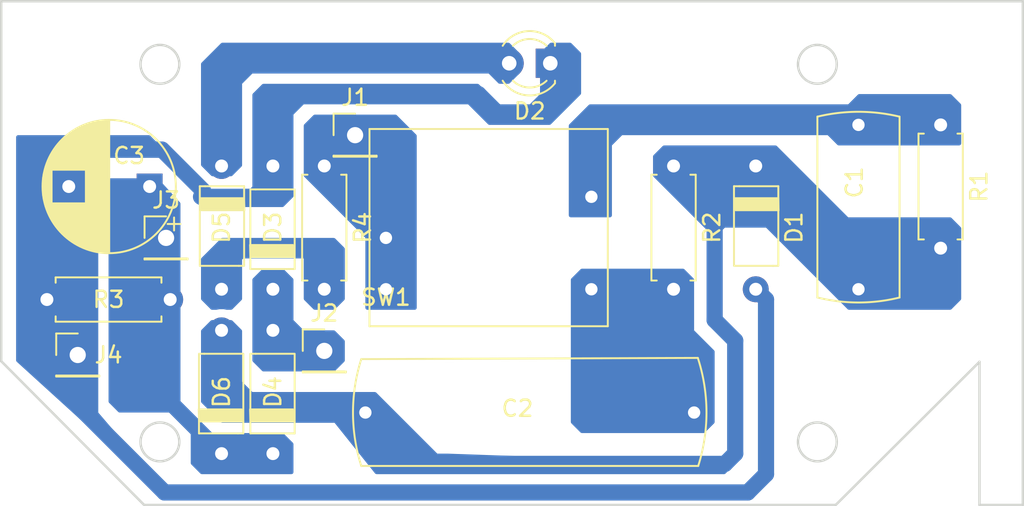
<source format=kicad_pcb>
(kicad_pcb (version 20171130) (host pcbnew 5.1.6)

  (general
    (thickness 1.6)
    (drawings 12)
    (tracks 69)
    (zones 0)
    (modules 18)
    (nets 10)
  )

  (page A4)
  (title_block
    (title "LED Lamp Rev. Engineering")
    (date 2020-08-04)
    (rev 1)
    (company CEFET/RJ)
    (comment 1 "Igor Kelvin <igorkelvin@gmail.com>")
  )

  (layers
    (0 F.Cu signal hide)
    (31 B.Cu signal)
    (32 B.Adhes user hide)
    (33 F.Adhes user hide)
    (34 B.Paste user)
    (35 F.Paste user hide)
    (36 B.SilkS user)
    (37 F.SilkS user)
    (38 B.Mask user)
    (39 F.Mask user hide)
    (40 Dwgs.User user hide)
    (41 Cmts.User user hide)
    (42 Eco1.User user hide)
    (43 Eco2.User user hide)
    (44 Edge.Cuts user)
    (45 Margin user hide)
    (46 B.CrtYd user)
    (47 F.CrtYd user)
    (48 B.Fab user)
    (49 F.Fab user hide)
  )

  (setup
    (last_trace_width 0.25)
    (trace_clearance 0.2)
    (zone_clearance 0.508)
    (zone_45_only no)
    (trace_min 0.2)
    (via_size 0.8)
    (via_drill 0.4)
    (via_min_size 0.4)
    (via_min_drill 0.3)
    (uvia_size 0.3)
    (uvia_drill 0.1)
    (uvias_allowed no)
    (uvia_min_size 0.2)
    (uvia_min_drill 0.1)
    (edge_width 0.05)
    (segment_width 0.2)
    (pcb_text_width 0.3)
    (pcb_text_size 1.5 1.5)
    (mod_edge_width 0.12)
    (mod_text_size 1 1)
    (mod_text_width 0.15)
    (pad_size 1.524 1.524)
    (pad_drill 0.762)
    (pad_to_mask_clearance 0.05)
    (aux_axis_origin 0 0)
    (visible_elements FFFFFF7F)
    (pcbplotparams
      (layerselection 0x010fc_ffffffff)
      (usegerberextensions false)
      (usegerberattributes true)
      (usegerberadvancedattributes true)
      (creategerberjobfile true)
      (excludeedgelayer true)
      (linewidth 0.100000)
      (plotframeref false)
      (viasonmask false)
      (mode 1)
      (useauxorigin false)
      (hpglpennumber 1)
      (hpglpenspeed 20)
      (hpglpendiameter 15.000000)
      (psnegative false)
      (psa4output false)
      (plotreference true)
      (plotvalue true)
      (plotinvisibletext false)
      (padsonsilk false)
      (subtractmaskfromsilk false)
      (outputformat 1)
      (mirror false)
      (drillshape 1)
      (scaleselection 1)
      (outputdirectory ""))
  )

  (net 0 "")
  (net 1 "Net-(C1-Pad1)")
  (net 2 "Net-(C1-Pad2)")
  (net 3 "Net-(C2-Pad1)")
  (net 4 "Net-(C3-Pad2)")
  (net 5 "Net-(C3-Pad1)")
  (net 6 "Net-(D2-Pad2)")
  (net 7 "Net-(D3-Pad1)")
  (net 8 "Net-(J1-Pad1)")
  (net 9 "Net-(D5-Pad2)")

  (net_class Default "This is the default net class."
    (clearance 0.2)
    (trace_width 0.25)
    (via_dia 0.8)
    (via_drill 0.4)
    (uvia_dia 0.3)
    (uvia_drill 0.1)
    (add_net "Net-(D5-Pad2)")
  )

  (net_class asd ""
    (clearance 0.2)
    (trace_width 1)
    (via_dia 0.8)
    (via_drill 0.4)
    (uvia_dia 0.3)
    (uvia_drill 0.1)
    (add_net "Net-(C1-Pad1)")
    (add_net "Net-(C1-Pad2)")
    (add_net "Net-(C2-Pad1)")
    (add_net "Net-(C3-Pad1)")
    (add_net "Net-(C3-Pad2)")
    (add_net "Net-(D2-Pad2)")
    (add_net "Net-(D3-Pad1)")
    (add_net "Net-(J1-Pad1)")
  )

  (module LED_THT:LED_D3.0mm (layer F.Cu) (tedit 587A3A7B) (tstamp 5F29E4AC)
    (at 159.385 71.12 180)
    (descr "LED, diameter 3.0mm, 2 pins")
    (tags "LED diameter 3.0mm 2 pins")
    (path /5F29941E)
    (fp_text reference D2 (at 1.27 -2.96) (layer F.SilkS)
      (effects (font (size 1 1) (thickness 0.15)))
    )
    (fp_text value LED (at 1.27 2.96) (layer F.Fab)
      (effects (font (size 1 1) (thickness 0.15)))
    )
    (fp_line (start 3.7 -2.25) (end -1.15 -2.25) (layer F.CrtYd) (width 0.05))
    (fp_line (start 3.7 2.25) (end 3.7 -2.25) (layer F.CrtYd) (width 0.05))
    (fp_line (start -1.15 2.25) (end 3.7 2.25) (layer F.CrtYd) (width 0.05))
    (fp_line (start -1.15 -2.25) (end -1.15 2.25) (layer F.CrtYd) (width 0.05))
    (fp_line (start -0.29 1.08) (end -0.29 1.236) (layer F.SilkS) (width 0.12))
    (fp_line (start -0.29 -1.236) (end -0.29 -1.08) (layer F.SilkS) (width 0.12))
    (fp_line (start -0.23 -1.16619) (end -0.23 1.16619) (layer F.Fab) (width 0.1))
    (fp_circle (center 1.27 0) (end 2.77 0) (layer F.Fab) (width 0.1))
    (fp_arc (start 1.27 0) (end 0.229039 1.08) (angle -87.9) (layer F.SilkS) (width 0.12))
    (fp_arc (start 1.27 0) (end 0.229039 -1.08) (angle 87.9) (layer F.SilkS) (width 0.12))
    (fp_arc (start 1.27 0) (end -0.29 1.235516) (angle -108.8) (layer F.SilkS) (width 0.12))
    (fp_arc (start 1.27 0) (end -0.29 -1.235516) (angle 108.8) (layer F.SilkS) (width 0.12))
    (fp_arc (start 1.27 0) (end -0.23 -1.16619) (angle 284.3) (layer F.Fab) (width 0.1))
    (pad 2 thru_hole circle (at 2.54 0 180) (size 1.8 1.8) (drill 0.9) (layers *.Cu *.Mask)
      (net 6 "Net-(D2-Pad2)"))
    (pad 1 thru_hole rect (at 0 0 180) (size 1.8 1.8) (drill 0.9) (layers *.Cu *.Mask)
      (net 4 "Net-(C3-Pad2)"))
    (model ${KISYS3DMOD}/LED_THT.3dshapes/LED_D3.0mm.wrl
      (at (xyz 0 0 0))
      (scale (xyz 1 1 1))
      (rotate (xyz 0 0 0))
    )
  )

  (module igorkelvin:DIODE_Axial_DIN0207_L6.3mm_D2.5mm_P7.62mm_Horizontal (layer F.Cu) (tedit 5F29A13F) (tstamp 5F29E499)
    (at 172.085 77.47 270)
    (descr "Resistor, Axial_DIN0207 series, Axial, Horizontal, pin pitch=7.62mm, 0.25W = 1/4W, length*diameter=6.3*2.5mm^2, http://cdn-reichelt.de/documents/datenblatt/B400/1_4W%23YAG.pdf")
    (tags "Resistor Axial_DIN0207 series Axial Horizontal pin pitch 7.62mm 0.25W = 1/4W length 6.3mm diameter 2.5mm")
    (path /5F2984DE)
    (fp_text reference D1 (at 3.81 -2.37 90) (layer F.SilkS)
      (effects (font (size 1 1) (thickness 0.15)))
    )
    (fp_text value 1N4007 (at 3.81 2.37 90) (layer F.Fab)
      (effects (font (size 1 1) (thickness 0.15)))
    )
    (fp_poly (pts (xy 2.7432 1.2446) (xy 1.9812 1.3446) (xy 1.9812 -1.3954) (xy 2.7432 -1.4224)) (layer F.SilkS) (width 0.1))
    (fp_line (start 1.3712 -1.2754) (end 1.3712 1.2246) (layer F.Fab) (width 0.1))
    (fp_line (start 1.3712 1.2246) (end 6.0452 1.2246) (layer F.Fab) (width 0.1))
    (fp_line (start 6.0452 1.2246) (end 6.0452 -1.2754) (layer F.Fab) (width 0.1))
    (fp_line (start 6.0452 -1.2754) (end 1.3712 -1.2754) (layer F.Fab) (width 0.1))
    (fp_line (start 7.62 0) (end 6.96 0) (layer F.Fab) (width 0.1))
    (fp_line (start 1.2512 1.0146) (end 1.2512 -1.3954) (layer F.SilkS) (width 0.12))
    (fp_line (start 1.2512 -1.3954) (end 6.1412 -1.3954) (layer F.SilkS) (width 0.12))
    (fp_line (start 6.1722 -1.3954) (end 6.1722 -1.0654) (layer F.SilkS) (width 0.12))
    (fp_line (start 1.2512 1.0146) (end 1.2512 1.3446) (layer F.SilkS) (width 0.12))
    (fp_line (start 1.2512 1.3446) (end 6.1412 1.3446) (layer F.SilkS) (width 0.12))
    (fp_line (start 6.1722 1.3446) (end 6.1722 -1.0654) (layer F.SilkS) (width 0.12))
    (fp_line (start -1.05 -1.5) (end -1.05 1.5) (layer F.CrtYd) (width 0.05))
    (fp_line (start -1.05 1.5) (end 8.67 1.5) (layer F.CrtYd) (width 0.05))
    (fp_line (start 8.67 1.5) (end 8.67 -1.5) (layer F.CrtYd) (width 0.05))
    (fp_line (start 8.67 -1.5) (end -1.05 -1.5) (layer F.CrtYd) (width 0.05))
    (fp_text user %R (at 3.81 0 90) (layer F.Fab)
      (effects (font (size 1 1) (thickness 0.15)))
    )
    (pad 1 thru_hole circle (at 0 0 270) (size 1.6 1.6) (drill 0.8) (layers *.Cu *.Mask)
      (net 2 "Net-(C1-Pad2)"))
    (pad 2 thru_hole oval (at 7.62 0 270) (size 1.6 1.6) (drill 0.8) (layers *.Cu *.Mask)
      (net 4 "Net-(C3-Pad2)"))
    (model ${KISYS3DMOD}/Resistor_THT.3dshapes/R_Axial_DIN0207_L6.3mm_D2.5mm_P7.62mm_Horizontal.wrl
      (at (xyz 0 0 0))
      (scale (xyz 1 1 1))
      (rotate (xyz 0 0 0))
    )
  )

  (module igorkelvin:DIODE_Axial_DIN0207_L6.3mm_D2.5mm_P7.62mm_Horizontal (layer F.Cu) (tedit 5F29A13F) (tstamp 5F29E4DA)
    (at 142.24 95.25 90)
    (descr "Resistor, Axial_DIN0207 series, Axial, Horizontal, pin pitch=7.62mm, 0.25W = 1/4W, length*diameter=6.3*2.5mm^2, http://cdn-reichelt.de/documents/datenblatt/B400/1_4W%23YAG.pdf")
    (tags "Resistor Axial_DIN0207 series Axial Horizontal pin pitch 7.62mm 0.25W = 1/4W length 6.3mm diameter 2.5mm")
    (path /5F2986FE)
    (fp_text reference D4 (at 3.81 0 90) (layer F.SilkS)
      (effects (font (size 1 1) (thickness 0.15)))
    )
    (fp_text value 1N4007 (at 3.81 2.37 90) (layer F.Fab)
      (effects (font (size 1 1) (thickness 0.15)))
    )
    (fp_poly (pts (xy 2.7432 1.2446) (xy 1.9812 1.3446) (xy 1.9812 -1.3954) (xy 2.7432 -1.4224)) (layer F.SilkS) (width 0.1))
    (fp_line (start 1.3712 -1.2754) (end 1.3712 1.2246) (layer F.Fab) (width 0.1))
    (fp_line (start 1.3712 1.2246) (end 6.0452 1.2246) (layer F.Fab) (width 0.1))
    (fp_line (start 6.0452 1.2246) (end 6.0452 -1.2754) (layer F.Fab) (width 0.1))
    (fp_line (start 6.0452 -1.2754) (end 1.3712 -1.2754) (layer F.Fab) (width 0.1))
    (fp_line (start 7.62 0) (end 6.96 0) (layer F.Fab) (width 0.1))
    (fp_line (start 1.2512 1.0146) (end 1.2512 -1.3954) (layer F.SilkS) (width 0.12))
    (fp_line (start 1.2512 -1.3954) (end 6.1412 -1.3954) (layer F.SilkS) (width 0.12))
    (fp_line (start 6.1722 -1.3954) (end 6.1722 -1.0654) (layer F.SilkS) (width 0.12))
    (fp_line (start 1.2512 1.0146) (end 1.2512 1.3446) (layer F.SilkS) (width 0.12))
    (fp_line (start 1.2512 1.3446) (end 6.1412 1.3446) (layer F.SilkS) (width 0.12))
    (fp_line (start 6.1722 1.3446) (end 6.1722 -1.0654) (layer F.SilkS) (width 0.12))
    (fp_line (start -1.05 -1.5) (end -1.05 1.5) (layer F.CrtYd) (width 0.05))
    (fp_line (start -1.05 1.5) (end 8.67 1.5) (layer F.CrtYd) (width 0.05))
    (fp_line (start 8.67 1.5) (end 8.67 -1.5) (layer F.CrtYd) (width 0.05))
    (fp_line (start 8.67 -1.5) (end -1.05 -1.5) (layer F.CrtYd) (width 0.05))
    (fp_text user %R (at 3.81 0 90) (layer F.Fab)
      (effects (font (size 1 1) (thickness 0.15)))
    )
    (pad 1 thru_hole circle (at 0 0 90) (size 1.6 1.6) (drill 0.8) (layers *.Cu *.Mask)
      (net 5 "Net-(C3-Pad1)"))
    (pad 2 thru_hole oval (at 7.62 0 90) (size 1.6 1.6) (drill 0.8) (layers *.Cu *.Mask)
      (net 7 "Net-(D3-Pad1)"))
    (model ${KISYS3DMOD}/Resistor_THT.3dshapes/R_Axial_DIN0207_L6.3mm_D2.5mm_P7.62mm_Horizontal.wrl
      (at (xyz 0 0 0))
      (scale (xyz 1 1 1))
      (rotate (xyz 0 0 0))
    )
  )

  (module igorkelvin:DIODE_Axial_DIN0207_L6.3mm_D2.5mm_P7.62mm_Horizontal (layer F.Cu) (tedit 5F29A13F) (tstamp 5F29E4F1)
    (at 139.065 77.47 270)
    (descr "Resistor, Axial_DIN0207 series, Axial, Horizontal, pin pitch=7.62mm, 0.25W = 1/4W, length*diameter=6.3*2.5mm^2, http://cdn-reichelt.de/documents/datenblatt/B400/1_4W%23YAG.pdf")
    (tags "Resistor Axial_DIN0207 series Axial Horizontal pin pitch 7.62mm 0.25W = 1/4W length 6.3mm diameter 2.5mm")
    (path /5F2A91F2)
    (fp_text reference D5 (at 3.81 0 90) (layer F.SilkS)
      (effects (font (size 1 1) (thickness 0.15)))
    )
    (fp_text value 1N4007 (at 3.81 2.37 90) (layer F.Fab)
      (effects (font (size 1 1) (thickness 0.15)))
    )
    (fp_poly (pts (xy 2.7432 1.2446) (xy 1.9812 1.3446) (xy 1.9812 -1.3954) (xy 2.7432 -1.4224)) (layer F.SilkS) (width 0.1))
    (fp_line (start 1.3712 -1.2754) (end 1.3712 1.2246) (layer F.Fab) (width 0.1))
    (fp_line (start 1.3712 1.2246) (end 6.0452 1.2246) (layer F.Fab) (width 0.1))
    (fp_line (start 6.0452 1.2246) (end 6.0452 -1.2754) (layer F.Fab) (width 0.1))
    (fp_line (start 6.0452 -1.2754) (end 1.3712 -1.2754) (layer F.Fab) (width 0.1))
    (fp_line (start 7.62 0) (end 6.96 0) (layer F.Fab) (width 0.1))
    (fp_line (start 1.2512 1.0146) (end 1.2512 -1.3954) (layer F.SilkS) (width 0.12))
    (fp_line (start 1.2512 -1.3954) (end 6.1412 -1.3954) (layer F.SilkS) (width 0.12))
    (fp_line (start 6.1722 -1.3954) (end 6.1722 -1.0654) (layer F.SilkS) (width 0.12))
    (fp_line (start 1.2512 1.0146) (end 1.2512 1.3446) (layer F.SilkS) (width 0.12))
    (fp_line (start 1.2512 1.3446) (end 6.1412 1.3446) (layer F.SilkS) (width 0.12))
    (fp_line (start 6.1722 1.3446) (end 6.1722 -1.0654) (layer F.SilkS) (width 0.12))
    (fp_line (start -1.05 -1.5) (end -1.05 1.5) (layer F.CrtYd) (width 0.05))
    (fp_line (start -1.05 1.5) (end 8.67 1.5) (layer F.CrtYd) (width 0.05))
    (fp_line (start 8.67 1.5) (end 8.67 -1.5) (layer F.CrtYd) (width 0.05))
    (fp_line (start 8.67 -1.5) (end -1.05 -1.5) (layer F.CrtYd) (width 0.05))
    (fp_text user %R (at 3.81 0 90) (layer F.Fab)
      (effects (font (size 1 1) (thickness 0.15)))
    )
    (pad 1 thru_hole circle (at 0 0 270) (size 1.6 1.6) (drill 0.8) (layers *.Cu *.Mask)
      (net 6 "Net-(D2-Pad2)"))
    (pad 2 thru_hole oval (at 7.62 0 270) (size 1.6 1.6) (drill 0.8) (layers *.Cu *.Mask)
      (net 9 "Net-(D5-Pad2)"))
    (model ${KISYS3DMOD}/Resistor_THT.3dshapes/R_Axial_DIN0207_L6.3mm_D2.5mm_P7.62mm_Horizontal.wrl
      (at (xyz 0 0 0))
      (scale (xyz 1 1 1))
      (rotate (xyz 0 0 0))
    )
  )

  (module igorkelvin:DIODE_Axial_DIN0207_L6.3mm_D2.5mm_P7.62mm_Horizontal (layer F.Cu) (tedit 5F29A13F) (tstamp 5F29E508)
    (at 139.065 95.25 90)
    (descr "Resistor, Axial_DIN0207 series, Axial, Horizontal, pin pitch=7.62mm, 0.25W = 1/4W, length*diameter=6.3*2.5mm^2, http://cdn-reichelt.de/documents/datenblatt/B400/1_4W%23YAG.pdf")
    (tags "Resistor Axial_DIN0207 series Axial Horizontal pin pitch 7.62mm 0.25W = 1/4W length 6.3mm diameter 2.5mm")
    (path /5F298A12)
    (fp_text reference D6 (at 3.81 0 90) (layer F.SilkS)
      (effects (font (size 1 1) (thickness 0.15)))
    )
    (fp_text value 1N4007 (at 3.81 2.37 90) (layer F.Fab)
      (effects (font (size 1 1) (thickness 0.15)))
    )
    (fp_poly (pts (xy 2.7432 1.2446) (xy 1.9812 1.3446) (xy 1.9812 -1.3954) (xy 2.7432 -1.4224)) (layer F.SilkS) (width 0.1))
    (fp_line (start 1.3712 -1.2754) (end 1.3712 1.2246) (layer F.Fab) (width 0.1))
    (fp_line (start 1.3712 1.2246) (end 6.0452 1.2246) (layer F.Fab) (width 0.1))
    (fp_line (start 6.0452 1.2246) (end 6.0452 -1.2754) (layer F.Fab) (width 0.1))
    (fp_line (start 6.0452 -1.2754) (end 1.3712 -1.2754) (layer F.Fab) (width 0.1))
    (fp_line (start 7.62 0) (end 6.96 0) (layer F.Fab) (width 0.1))
    (fp_line (start 1.2512 1.0146) (end 1.2512 -1.3954) (layer F.SilkS) (width 0.12))
    (fp_line (start 1.2512 -1.3954) (end 6.1412 -1.3954) (layer F.SilkS) (width 0.12))
    (fp_line (start 6.1722 -1.3954) (end 6.1722 -1.0654) (layer F.SilkS) (width 0.12))
    (fp_line (start 1.2512 1.0146) (end 1.2512 1.3446) (layer F.SilkS) (width 0.12))
    (fp_line (start 1.2512 1.3446) (end 6.1412 1.3446) (layer F.SilkS) (width 0.12))
    (fp_line (start 6.1722 1.3446) (end 6.1722 -1.0654) (layer F.SilkS) (width 0.12))
    (fp_line (start -1.05 -1.5) (end -1.05 1.5) (layer F.CrtYd) (width 0.05))
    (fp_line (start -1.05 1.5) (end 8.67 1.5) (layer F.CrtYd) (width 0.05))
    (fp_line (start 8.67 1.5) (end 8.67 -1.5) (layer F.CrtYd) (width 0.05))
    (fp_line (start 8.67 -1.5) (end -1.05 -1.5) (layer F.CrtYd) (width 0.05))
    (fp_text user %R (at 3.81 0 90) (layer F.Fab)
      (effects (font (size 1 1) (thickness 0.15)))
    )
    (pad 1 thru_hole circle (at 0 0 90) (size 1.6 1.6) (drill 0.8) (layers *.Cu *.Mask)
      (net 5 "Net-(C3-Pad1)"))
    (pad 2 thru_hole oval (at 7.62 0 90) (size 1.6 1.6) (drill 0.8) (layers *.Cu *.Mask)
      (net 2 "Net-(C1-Pad2)"))
    (model ${KISYS3DMOD}/Resistor_THT.3dshapes/R_Axial_DIN0207_L6.3mm_D2.5mm_P7.62mm_Horizontal.wrl
      (at (xyz 0 0 0))
      (scale (xyz 1 1 1))
      (rotate (xyz 0 0 0))
    )
  )

  (module igorkelvin:DIODE_Axial_DIN0207_L6.3mm_D2.5mm_P7.62mm_Horizontal (layer F.Cu) (tedit 5F29A13F) (tstamp 5F29E4C3)
    (at 142.24 85.09 90)
    (descr "Resistor, Axial_DIN0207 series, Axial, Horizontal, pin pitch=7.62mm, 0.25W = 1/4W, length*diameter=6.3*2.5mm^2, http://cdn-reichelt.de/documents/datenblatt/B400/1_4W%23YAG.pdf")
    (tags "Resistor Axial_DIN0207 series Axial Horizontal pin pitch 7.62mm 0.25W = 1/4W length 6.3mm diameter 2.5mm")
    (path /5F298B6A)
    (fp_text reference D3 (at 3.81 0 90) (layer F.SilkS)
      (effects (font (size 1 1) (thickness 0.15)))
    )
    (fp_text value 1N4007 (at 3.81 2.37 90) (layer F.Fab)
      (effects (font (size 1 1) (thickness 0.15)))
    )
    (fp_poly (pts (xy 2.7432 1.2446) (xy 1.9812 1.3446) (xy 1.9812 -1.3954) (xy 2.7432 -1.4224)) (layer F.SilkS) (width 0.1))
    (fp_line (start 1.3712 -1.2754) (end 1.3712 1.2246) (layer F.Fab) (width 0.1))
    (fp_line (start 1.3712 1.2246) (end 6.0452 1.2246) (layer F.Fab) (width 0.1))
    (fp_line (start 6.0452 1.2246) (end 6.0452 -1.2754) (layer F.Fab) (width 0.1))
    (fp_line (start 6.0452 -1.2754) (end 1.3712 -1.2754) (layer F.Fab) (width 0.1))
    (fp_line (start 7.62 0) (end 6.96 0) (layer F.Fab) (width 0.1))
    (fp_line (start 1.2512 1.0146) (end 1.2512 -1.3954) (layer F.SilkS) (width 0.12))
    (fp_line (start 1.2512 -1.3954) (end 6.1412 -1.3954) (layer F.SilkS) (width 0.12))
    (fp_line (start 6.1722 -1.3954) (end 6.1722 -1.0654) (layer F.SilkS) (width 0.12))
    (fp_line (start 1.2512 1.0146) (end 1.2512 1.3446) (layer F.SilkS) (width 0.12))
    (fp_line (start 1.2512 1.3446) (end 6.1412 1.3446) (layer F.SilkS) (width 0.12))
    (fp_line (start 6.1722 1.3446) (end 6.1722 -1.0654) (layer F.SilkS) (width 0.12))
    (fp_line (start -1.05 -1.5) (end -1.05 1.5) (layer F.CrtYd) (width 0.05))
    (fp_line (start -1.05 1.5) (end 8.67 1.5) (layer F.CrtYd) (width 0.05))
    (fp_line (start 8.67 1.5) (end 8.67 -1.5) (layer F.CrtYd) (width 0.05))
    (fp_line (start 8.67 -1.5) (end -1.05 -1.5) (layer F.CrtYd) (width 0.05))
    (fp_text user %R (at 4.5212 -0.0254 90) (layer F.Fab)
      (effects (font (size 1 1) (thickness 0.15)))
    )
    (pad 1 thru_hole circle (at 0 0 90) (size 1.6 1.6) (drill 0.8) (layers *.Cu *.Mask)
      (net 7 "Net-(D3-Pad1)"))
    (pad 2 thru_hole oval (at 7.62 0 90) (size 1.6 1.6) (drill 0.8) (layers *.Cu *.Mask)
      (net 4 "Net-(C3-Pad2)"))
    (model ${KISYS3DMOD}/Resistor_THT.3dshapes/R_Axial_DIN0207_L6.3mm_D2.5mm_P7.62mm_Horizontal.wrl
      (at (xyz 0 0 0))
      (scale (xyz 1 1 1))
      (rotate (xyz 0 0 0))
    )
  )

  (module igorkelvin:C_Polyester_11.20mm_4.9mm (layer F.Cu) (tedit 5F297F0E) (tstamp 5F29E3CA)
    (at 178.435 74.93 270)
    (path /5F297900)
    (fp_text reference C1 (at 3.556 0.254 90) (layer F.SilkS)
      (effects (font (size 1 1) (thickness 0.15)))
    )
    (fp_text value 220nF (at 9.652 -4.318 90) (layer F.Fab)
      (effects (font (size 1 1) (thickness 0.15)))
    )
    (fp_line (start 10.668 -2.54) (end -0.508 -2.54) (layer F.SilkS) (width 0.12))
    (fp_line (start -0.508 2.54) (end 10.668 2.54) (layer F.SilkS) (width 0.12))
    (fp_line (start -0.889 0) (end -0.889 -2.667) (layer F.CrtYd) (width 0.12))
    (fp_line (start -0.889 -2.667) (end 11.049 -2.667) (layer F.CrtYd) (width 0.12))
    (fp_line (start 11.049 -2.667) (end 11.049 2.667) (layer F.CrtYd) (width 0.12))
    (fp_line (start 11.049 2.667) (end -0.889 2.667) (layer F.CrtYd) (width 0.12))
    (fp_line (start -0.889 2.667) (end -0.889 0) (layer F.CrtYd) (width 0.12))
    (fp_arc (start 10.033 0) (end -0.508 -2.54) (angle -27.09587798) (layer F.SilkS) (width 0.12))
    (fp_arc (start 0.398155 -0.004235) (end 10.668 2.54) (angle -27.78391177) (layer F.SilkS) (width 0.12))
    (pad 1 thru_hole circle (at 0 0 270) (size 1.524 1.524) (drill 0.762) (layers *.Cu *.Mask)
      (net 1 "Net-(C1-Pad1)"))
    (pad 2 thru_hole circle (at 10.16 0 270) (size 1.524 1.524) (drill 0.762) (layers *.Cu *.Mask)
      (net 2 "Net-(C1-Pad2)"))
  )

  (module igorkelvin:C_Polyester_21.80mm_7.10mm (layer F.Cu) (tedit 5F297D17) (tstamp 5F29E3D9)
    (at 168.275 92.71 180)
    (path /5F296DBF)
    (fp_text reference C2 (at 10.922 0.254) (layer F.SilkS)
      (effects (font (size 1 1) (thickness 0.15)))
    )
    (fp_text value 1uF (at 9.652 -4.318) (layer F.Fab)
      (effects (font (size 1 1) (thickness 0.15)))
    )
    (fp_line (start 20.574 -3.302) (end -0.253999 -3.301999) (layer F.SilkS) (width 0.12))
    (fp_line (start -0.230001 3.376751) (end 20.573999 3.301999) (layer F.SilkS) (width 0.12))
    (fp_line (start -1.016 0) (end -1.016 -3.556) (layer F.CrtYd) (width 0.12))
    (fp_line (start -1.016 -3.556) (end 21.336 -3.556) (layer F.CrtYd) (width 0.12))
    (fp_line (start 21.336 -3.556) (end 21.336 3.556) (layer F.CrtYd) (width 0.12))
    (fp_line (start 21.336 3.556) (end -1.016 3.556) (layer F.CrtYd) (width 0.12))
    (fp_line (start -1.016 3.556) (end -1.016 0) (layer F.CrtYd) (width 0.12))
    (fp_arc (start 10.16 0) (end 20.573999 3.301999) (angle -35.18484912) (layer F.SilkS) (width 0.12))
    (fp_arc (start 10.16 0) (end -0.253999 -3.301999) (angle -35.59658617) (layer F.SilkS) (width 0.12))
    (pad 2 thru_hole circle (at 20.32 0 180) (size 1.524 1.524) (drill 0.762) (layers *.Cu *.Mask)
      (net 2 "Net-(C1-Pad2)"))
    (pad 1 thru_hole circle (at 0 0 180) (size 1.524 1.524) (drill 0.762) (layers *.Cu *.Mask)
      (net 3 "Net-(C2-Pad1)"))
  )

  (module Capacitor_THT:CP_Radial_D8.0mm_P5.00mm (layer F.Cu) (tedit 5AE50EF0) (tstamp 5F29E482)
    (at 134.62 78.74 180)
    (descr "CP, Radial series, Radial, pin pitch=5.00mm, , diameter=8mm, Electrolytic Capacitor")
    (tags "CP Radial series Radial pin pitch 5.00mm  diameter 8mm Electrolytic Capacitor")
    (path /5F296AB3)
    (fp_text reference C3 (at 1.27 1.905) (layer F.SilkS)
      (effects (font (size 1 1) (thickness 0.15)))
    )
    (fp_text value 6.8uF (at 2.5 5.25) (layer F.Fab)
      (effects (font (size 1 1) (thickness 0.15)))
    )
    (fp_circle (center 2.5 0) (end 6.5 0) (layer F.Fab) (width 0.1))
    (fp_circle (center 2.5 0) (end 6.62 0) (layer F.SilkS) (width 0.12))
    (fp_circle (center 2.5 0) (end 6.75 0) (layer F.CrtYd) (width 0.05))
    (fp_line (start -0.926759 -1.7475) (end -0.126759 -1.7475) (layer F.Fab) (width 0.1))
    (fp_line (start -0.526759 -2.1475) (end -0.526759 -1.3475) (layer F.Fab) (width 0.1))
    (fp_line (start 2.5 -4.08) (end 2.5 4.08) (layer F.SilkS) (width 0.12))
    (fp_line (start 2.54 -4.08) (end 2.54 4.08) (layer F.SilkS) (width 0.12))
    (fp_line (start 2.58 -4.08) (end 2.58 4.08) (layer F.SilkS) (width 0.12))
    (fp_line (start 2.62 -4.079) (end 2.62 4.079) (layer F.SilkS) (width 0.12))
    (fp_line (start 2.66 -4.077) (end 2.66 4.077) (layer F.SilkS) (width 0.12))
    (fp_line (start 2.7 -4.076) (end 2.7 4.076) (layer F.SilkS) (width 0.12))
    (fp_line (start 2.74 -4.074) (end 2.74 4.074) (layer F.SilkS) (width 0.12))
    (fp_line (start 2.78 -4.071) (end 2.78 4.071) (layer F.SilkS) (width 0.12))
    (fp_line (start 2.82 -4.068) (end 2.82 4.068) (layer F.SilkS) (width 0.12))
    (fp_line (start 2.86 -4.065) (end 2.86 4.065) (layer F.SilkS) (width 0.12))
    (fp_line (start 2.9 -4.061) (end 2.9 4.061) (layer F.SilkS) (width 0.12))
    (fp_line (start 2.94 -4.057) (end 2.94 4.057) (layer F.SilkS) (width 0.12))
    (fp_line (start 2.98 -4.052) (end 2.98 4.052) (layer F.SilkS) (width 0.12))
    (fp_line (start 3.02 -4.048) (end 3.02 4.048) (layer F.SilkS) (width 0.12))
    (fp_line (start 3.06 -4.042) (end 3.06 4.042) (layer F.SilkS) (width 0.12))
    (fp_line (start 3.1 -4.037) (end 3.1 4.037) (layer F.SilkS) (width 0.12))
    (fp_line (start 3.14 -4.03) (end 3.14 4.03) (layer F.SilkS) (width 0.12))
    (fp_line (start 3.18 -4.024) (end 3.18 4.024) (layer F.SilkS) (width 0.12))
    (fp_line (start 3.221 -4.017) (end 3.221 4.017) (layer F.SilkS) (width 0.12))
    (fp_line (start 3.261 -4.01) (end 3.261 4.01) (layer F.SilkS) (width 0.12))
    (fp_line (start 3.301 -4.002) (end 3.301 4.002) (layer F.SilkS) (width 0.12))
    (fp_line (start 3.341 -3.994) (end 3.341 3.994) (layer F.SilkS) (width 0.12))
    (fp_line (start 3.381 -3.985) (end 3.381 3.985) (layer F.SilkS) (width 0.12))
    (fp_line (start 3.421 -3.976) (end 3.421 3.976) (layer F.SilkS) (width 0.12))
    (fp_line (start 3.461 -3.967) (end 3.461 3.967) (layer F.SilkS) (width 0.12))
    (fp_line (start 3.501 -3.957) (end 3.501 3.957) (layer F.SilkS) (width 0.12))
    (fp_line (start 3.541 -3.947) (end 3.541 3.947) (layer F.SilkS) (width 0.12))
    (fp_line (start 3.581 -3.936) (end 3.581 3.936) (layer F.SilkS) (width 0.12))
    (fp_line (start 3.621 -3.925) (end 3.621 3.925) (layer F.SilkS) (width 0.12))
    (fp_line (start 3.661 -3.914) (end 3.661 3.914) (layer F.SilkS) (width 0.12))
    (fp_line (start 3.701 -3.902) (end 3.701 3.902) (layer F.SilkS) (width 0.12))
    (fp_line (start 3.741 -3.889) (end 3.741 3.889) (layer F.SilkS) (width 0.12))
    (fp_line (start 3.781 -3.877) (end 3.781 3.877) (layer F.SilkS) (width 0.12))
    (fp_line (start 3.821 -3.863) (end 3.821 3.863) (layer F.SilkS) (width 0.12))
    (fp_line (start 3.861 -3.85) (end 3.861 3.85) (layer F.SilkS) (width 0.12))
    (fp_line (start 3.901 -3.835) (end 3.901 3.835) (layer F.SilkS) (width 0.12))
    (fp_line (start 3.941 -3.821) (end 3.941 3.821) (layer F.SilkS) (width 0.12))
    (fp_line (start 3.981 -3.805) (end 3.981 -1.04) (layer F.SilkS) (width 0.12))
    (fp_line (start 3.981 1.04) (end 3.981 3.805) (layer F.SilkS) (width 0.12))
    (fp_line (start 4.021 -3.79) (end 4.021 -1.04) (layer F.SilkS) (width 0.12))
    (fp_line (start 4.021 1.04) (end 4.021 3.79) (layer F.SilkS) (width 0.12))
    (fp_line (start 4.061 -3.774) (end 4.061 -1.04) (layer F.SilkS) (width 0.12))
    (fp_line (start 4.061 1.04) (end 4.061 3.774) (layer F.SilkS) (width 0.12))
    (fp_line (start 4.101 -3.757) (end 4.101 -1.04) (layer F.SilkS) (width 0.12))
    (fp_line (start 4.101 1.04) (end 4.101 3.757) (layer F.SilkS) (width 0.12))
    (fp_line (start 4.141 -3.74) (end 4.141 -1.04) (layer F.SilkS) (width 0.12))
    (fp_line (start 4.141 1.04) (end 4.141 3.74) (layer F.SilkS) (width 0.12))
    (fp_line (start 4.181 -3.722) (end 4.181 -1.04) (layer F.SilkS) (width 0.12))
    (fp_line (start 4.181 1.04) (end 4.181 3.722) (layer F.SilkS) (width 0.12))
    (fp_line (start 4.221 -3.704) (end 4.221 -1.04) (layer F.SilkS) (width 0.12))
    (fp_line (start 4.221 1.04) (end 4.221 3.704) (layer F.SilkS) (width 0.12))
    (fp_line (start 4.261 -3.686) (end 4.261 -1.04) (layer F.SilkS) (width 0.12))
    (fp_line (start 4.261 1.04) (end 4.261 3.686) (layer F.SilkS) (width 0.12))
    (fp_line (start 4.301 -3.666) (end 4.301 -1.04) (layer F.SilkS) (width 0.12))
    (fp_line (start 4.301 1.04) (end 4.301 3.666) (layer F.SilkS) (width 0.12))
    (fp_line (start 4.341 -3.647) (end 4.341 -1.04) (layer F.SilkS) (width 0.12))
    (fp_line (start 4.341 1.04) (end 4.341 3.647) (layer F.SilkS) (width 0.12))
    (fp_line (start 4.381 -3.627) (end 4.381 -1.04) (layer F.SilkS) (width 0.12))
    (fp_line (start 4.381 1.04) (end 4.381 3.627) (layer F.SilkS) (width 0.12))
    (fp_line (start 4.421 -3.606) (end 4.421 -1.04) (layer F.SilkS) (width 0.12))
    (fp_line (start 4.421 1.04) (end 4.421 3.606) (layer F.SilkS) (width 0.12))
    (fp_line (start 4.461 -3.584) (end 4.461 -1.04) (layer F.SilkS) (width 0.12))
    (fp_line (start 4.461 1.04) (end 4.461 3.584) (layer F.SilkS) (width 0.12))
    (fp_line (start 4.501 -3.562) (end 4.501 -1.04) (layer F.SilkS) (width 0.12))
    (fp_line (start 4.501 1.04) (end 4.501 3.562) (layer F.SilkS) (width 0.12))
    (fp_line (start 4.541 -3.54) (end 4.541 -1.04) (layer F.SilkS) (width 0.12))
    (fp_line (start 4.541 1.04) (end 4.541 3.54) (layer F.SilkS) (width 0.12))
    (fp_line (start 4.581 -3.517) (end 4.581 -1.04) (layer F.SilkS) (width 0.12))
    (fp_line (start 4.581 1.04) (end 4.581 3.517) (layer F.SilkS) (width 0.12))
    (fp_line (start 4.621 -3.493) (end 4.621 -1.04) (layer F.SilkS) (width 0.12))
    (fp_line (start 4.621 1.04) (end 4.621 3.493) (layer F.SilkS) (width 0.12))
    (fp_line (start 4.661 -3.469) (end 4.661 -1.04) (layer F.SilkS) (width 0.12))
    (fp_line (start 4.661 1.04) (end 4.661 3.469) (layer F.SilkS) (width 0.12))
    (fp_line (start 4.701 -3.444) (end 4.701 -1.04) (layer F.SilkS) (width 0.12))
    (fp_line (start 4.701 1.04) (end 4.701 3.444) (layer F.SilkS) (width 0.12))
    (fp_line (start 4.741 -3.418) (end 4.741 -1.04) (layer F.SilkS) (width 0.12))
    (fp_line (start 4.741 1.04) (end 4.741 3.418) (layer F.SilkS) (width 0.12))
    (fp_line (start 4.781 -3.392) (end 4.781 -1.04) (layer F.SilkS) (width 0.12))
    (fp_line (start 4.781 1.04) (end 4.781 3.392) (layer F.SilkS) (width 0.12))
    (fp_line (start 4.821 -3.365) (end 4.821 -1.04) (layer F.SilkS) (width 0.12))
    (fp_line (start 4.821 1.04) (end 4.821 3.365) (layer F.SilkS) (width 0.12))
    (fp_line (start 4.861 -3.338) (end 4.861 -1.04) (layer F.SilkS) (width 0.12))
    (fp_line (start 4.861 1.04) (end 4.861 3.338) (layer F.SilkS) (width 0.12))
    (fp_line (start 4.901 -3.309) (end 4.901 -1.04) (layer F.SilkS) (width 0.12))
    (fp_line (start 4.901 1.04) (end 4.901 3.309) (layer F.SilkS) (width 0.12))
    (fp_line (start 4.941 -3.28) (end 4.941 -1.04) (layer F.SilkS) (width 0.12))
    (fp_line (start 4.941 1.04) (end 4.941 3.28) (layer F.SilkS) (width 0.12))
    (fp_line (start 4.981 -3.25) (end 4.981 -1.04) (layer F.SilkS) (width 0.12))
    (fp_line (start 4.981 1.04) (end 4.981 3.25) (layer F.SilkS) (width 0.12))
    (fp_line (start 5.021 -3.22) (end 5.021 -1.04) (layer F.SilkS) (width 0.12))
    (fp_line (start 5.021 1.04) (end 5.021 3.22) (layer F.SilkS) (width 0.12))
    (fp_line (start 5.061 -3.189) (end 5.061 -1.04) (layer F.SilkS) (width 0.12))
    (fp_line (start 5.061 1.04) (end 5.061 3.189) (layer F.SilkS) (width 0.12))
    (fp_line (start 5.101 -3.156) (end 5.101 -1.04) (layer F.SilkS) (width 0.12))
    (fp_line (start 5.101 1.04) (end 5.101 3.156) (layer F.SilkS) (width 0.12))
    (fp_line (start 5.141 -3.124) (end 5.141 -1.04) (layer F.SilkS) (width 0.12))
    (fp_line (start 5.141 1.04) (end 5.141 3.124) (layer F.SilkS) (width 0.12))
    (fp_line (start 5.181 -3.09) (end 5.181 -1.04) (layer F.SilkS) (width 0.12))
    (fp_line (start 5.181 1.04) (end 5.181 3.09) (layer F.SilkS) (width 0.12))
    (fp_line (start 5.221 -3.055) (end 5.221 -1.04) (layer F.SilkS) (width 0.12))
    (fp_line (start 5.221 1.04) (end 5.221 3.055) (layer F.SilkS) (width 0.12))
    (fp_line (start 5.261 -3.019) (end 5.261 -1.04) (layer F.SilkS) (width 0.12))
    (fp_line (start 5.261 1.04) (end 5.261 3.019) (layer F.SilkS) (width 0.12))
    (fp_line (start 5.301 -2.983) (end 5.301 -1.04) (layer F.SilkS) (width 0.12))
    (fp_line (start 5.301 1.04) (end 5.301 2.983) (layer F.SilkS) (width 0.12))
    (fp_line (start 5.341 -2.945) (end 5.341 -1.04) (layer F.SilkS) (width 0.12))
    (fp_line (start 5.341 1.04) (end 5.341 2.945) (layer F.SilkS) (width 0.12))
    (fp_line (start 5.381 -2.907) (end 5.381 -1.04) (layer F.SilkS) (width 0.12))
    (fp_line (start 5.381 1.04) (end 5.381 2.907) (layer F.SilkS) (width 0.12))
    (fp_line (start 5.421 -2.867) (end 5.421 -1.04) (layer F.SilkS) (width 0.12))
    (fp_line (start 5.421 1.04) (end 5.421 2.867) (layer F.SilkS) (width 0.12))
    (fp_line (start 5.461 -2.826) (end 5.461 -1.04) (layer F.SilkS) (width 0.12))
    (fp_line (start 5.461 1.04) (end 5.461 2.826) (layer F.SilkS) (width 0.12))
    (fp_line (start 5.501 -2.784) (end 5.501 -1.04) (layer F.SilkS) (width 0.12))
    (fp_line (start 5.501 1.04) (end 5.501 2.784) (layer F.SilkS) (width 0.12))
    (fp_line (start 5.541 -2.741) (end 5.541 -1.04) (layer F.SilkS) (width 0.12))
    (fp_line (start 5.541 1.04) (end 5.541 2.741) (layer F.SilkS) (width 0.12))
    (fp_line (start 5.581 -2.697) (end 5.581 -1.04) (layer F.SilkS) (width 0.12))
    (fp_line (start 5.581 1.04) (end 5.581 2.697) (layer F.SilkS) (width 0.12))
    (fp_line (start 5.621 -2.651) (end 5.621 -1.04) (layer F.SilkS) (width 0.12))
    (fp_line (start 5.621 1.04) (end 5.621 2.651) (layer F.SilkS) (width 0.12))
    (fp_line (start 5.661 -2.604) (end 5.661 -1.04) (layer F.SilkS) (width 0.12))
    (fp_line (start 5.661 1.04) (end 5.661 2.604) (layer F.SilkS) (width 0.12))
    (fp_line (start 5.701 -2.556) (end 5.701 -1.04) (layer F.SilkS) (width 0.12))
    (fp_line (start 5.701 1.04) (end 5.701 2.556) (layer F.SilkS) (width 0.12))
    (fp_line (start 5.741 -2.505) (end 5.741 -1.04) (layer F.SilkS) (width 0.12))
    (fp_line (start 5.741 1.04) (end 5.741 2.505) (layer F.SilkS) (width 0.12))
    (fp_line (start 5.781 -2.454) (end 5.781 -1.04) (layer F.SilkS) (width 0.12))
    (fp_line (start 5.781 1.04) (end 5.781 2.454) (layer F.SilkS) (width 0.12))
    (fp_line (start 5.821 -2.4) (end 5.821 -1.04) (layer F.SilkS) (width 0.12))
    (fp_line (start 5.821 1.04) (end 5.821 2.4) (layer F.SilkS) (width 0.12))
    (fp_line (start 5.861 -2.345) (end 5.861 -1.04) (layer F.SilkS) (width 0.12))
    (fp_line (start 5.861 1.04) (end 5.861 2.345) (layer F.SilkS) (width 0.12))
    (fp_line (start 5.901 -2.287) (end 5.901 -1.04) (layer F.SilkS) (width 0.12))
    (fp_line (start 5.901 1.04) (end 5.901 2.287) (layer F.SilkS) (width 0.12))
    (fp_line (start 5.941 -2.228) (end 5.941 -1.04) (layer F.SilkS) (width 0.12))
    (fp_line (start 5.941 1.04) (end 5.941 2.228) (layer F.SilkS) (width 0.12))
    (fp_line (start 5.981 -2.166) (end 5.981 -1.04) (layer F.SilkS) (width 0.12))
    (fp_line (start 5.981 1.04) (end 5.981 2.166) (layer F.SilkS) (width 0.12))
    (fp_line (start 6.021 -2.102) (end 6.021 -1.04) (layer F.SilkS) (width 0.12))
    (fp_line (start 6.021 1.04) (end 6.021 2.102) (layer F.SilkS) (width 0.12))
    (fp_line (start 6.061 -2.034) (end 6.061 2.034) (layer F.SilkS) (width 0.12))
    (fp_line (start 6.101 -1.964) (end 6.101 1.964) (layer F.SilkS) (width 0.12))
    (fp_line (start 6.141 -1.89) (end 6.141 1.89) (layer F.SilkS) (width 0.12))
    (fp_line (start 6.181 -1.813) (end 6.181 1.813) (layer F.SilkS) (width 0.12))
    (fp_line (start 6.221 -1.731) (end 6.221 1.731) (layer F.SilkS) (width 0.12))
    (fp_line (start 6.261 -1.645) (end 6.261 1.645) (layer F.SilkS) (width 0.12))
    (fp_line (start 6.301 -1.552) (end 6.301 1.552) (layer F.SilkS) (width 0.12))
    (fp_line (start 6.341 -1.453) (end 6.341 1.453) (layer F.SilkS) (width 0.12))
    (fp_line (start 6.381 -1.346) (end 6.381 1.346) (layer F.SilkS) (width 0.12))
    (fp_line (start 6.421 -1.229) (end 6.421 1.229) (layer F.SilkS) (width 0.12))
    (fp_line (start 6.461 -1.098) (end 6.461 1.098) (layer F.SilkS) (width 0.12))
    (fp_line (start 6.501 -0.948) (end 6.501 0.948) (layer F.SilkS) (width 0.12))
    (fp_line (start 6.541 -0.768) (end 6.541 0.768) (layer F.SilkS) (width 0.12))
    (fp_line (start 6.581 -0.533) (end 6.581 0.533) (layer F.SilkS) (width 0.12))
    (fp_line (start -1.909698 -2.315) (end -1.109698 -2.315) (layer F.SilkS) (width 0.12))
    (fp_line (start -1.509698 -2.715) (end -1.509698 -1.915) (layer F.SilkS) (width 0.12))
    (fp_text user %R (at 2.5 0) (layer F.Fab)
      (effects (font (size 1 1) (thickness 0.15)))
    )
    (pad 2 thru_hole circle (at 5 0 180) (size 1.6 1.6) (drill 0.8) (layers *.Cu *.Mask)
      (net 4 "Net-(C3-Pad2)"))
    (pad 1 thru_hole rect (at 0 0 180) (size 1.6 1.6) (drill 0.8) (layers *.Cu *.Mask)
      (net 5 "Net-(C3-Pad1)"))
    (model ${KISYS3DMOD}/Capacitor_THT.3dshapes/CP_Radial_D8.0mm_P5.00mm.wrl
      (at (xyz 0 0 0))
      (scale (xyz 1 1 1))
      (rotate (xyz 0 0 0))
    )
  )

  (module Connector_PinHeader_2.54mm:PinHeader_1x01_P2.54mm_Vertical (layer F.Cu) (tedit 59FED5CC) (tstamp 5F29E51D)
    (at 147.32 75.565)
    (descr "Through hole straight pin header, 1x01, 2.54mm pitch, single row")
    (tags "Through hole pin header THT 1x01 2.54mm single row")
    (path /5F2EB389)
    (fp_text reference J1 (at 0 -2.33) (layer F.SilkS)
      (effects (font (size 1 1) (thickness 0.15)))
    )
    (fp_text value AC2 (at 0 2.33) (layer F.Fab)
      (effects (font (size 1 1) (thickness 0.15)))
    )
    (fp_line (start -0.635 -1.27) (end 1.27 -1.27) (layer F.Fab) (width 0.1))
    (fp_line (start 1.27 -1.27) (end 1.27 1.27) (layer F.Fab) (width 0.1))
    (fp_line (start 1.27 1.27) (end -1.27 1.27) (layer F.Fab) (width 0.1))
    (fp_line (start -1.27 1.27) (end -1.27 -0.635) (layer F.Fab) (width 0.1))
    (fp_line (start -1.27 -0.635) (end -0.635 -1.27) (layer F.Fab) (width 0.1))
    (fp_line (start -1.33 1.33) (end 1.33 1.33) (layer F.SilkS) (width 0.12))
    (fp_line (start -1.33 1.27) (end -1.33 1.33) (layer F.SilkS) (width 0.12))
    (fp_line (start 1.33 1.27) (end 1.33 1.33) (layer F.SilkS) (width 0.12))
    (fp_line (start -1.33 1.27) (end 1.33 1.27) (layer F.SilkS) (width 0.12))
    (fp_line (start -1.33 0) (end -1.33 -1.33) (layer F.SilkS) (width 0.12))
    (fp_line (start -1.33 -1.33) (end 0 -1.33) (layer F.SilkS) (width 0.12))
    (fp_line (start -1.8 -1.8) (end -1.8 1.8) (layer F.CrtYd) (width 0.05))
    (fp_line (start -1.8 1.8) (end 1.8 1.8) (layer F.CrtYd) (width 0.05))
    (fp_line (start 1.8 1.8) (end 1.8 -1.8) (layer F.CrtYd) (width 0.05))
    (fp_line (start 1.8 -1.8) (end -1.8 -1.8) (layer F.CrtYd) (width 0.05))
    (fp_text user %R (at 0 0 90) (layer F.Fab)
      (effects (font (size 1 1) (thickness 0.15)))
    )
    (pad 1 thru_hole rect (at 0 0) (size 1.7 1.7) (drill 1) (layers *.Cu *.Mask)
      (net 8 "Net-(J1-Pad1)"))
  )

  (module Connector_PinHeader_2.54mm:PinHeader_1x01_P2.54mm_Vertical (layer F.Cu) (tedit 59FED5CC) (tstamp 5F29E532)
    (at 145.415 88.9)
    (descr "Through hole straight pin header, 1x01, 2.54mm pitch, single row")
    (tags "Through hole pin header THT 1x01 2.54mm single row")
    (path /5F2EAC7D)
    (fp_text reference J2 (at 0 -2.33) (layer F.SilkS)
      (effects (font (size 1 1) (thickness 0.15)))
    )
    (fp_text value AC1 (at 0 2.33) (layer F.Fab)
      (effects (font (size 1 1) (thickness 0.15)))
    )
    (fp_line (start -0.635 -1.27) (end 1.27 -1.27) (layer F.Fab) (width 0.1))
    (fp_line (start 1.27 -1.27) (end 1.27 1.27) (layer F.Fab) (width 0.1))
    (fp_line (start 1.27 1.27) (end -1.27 1.27) (layer F.Fab) (width 0.1))
    (fp_line (start -1.27 1.27) (end -1.27 -0.635) (layer F.Fab) (width 0.1))
    (fp_line (start -1.27 -0.635) (end -0.635 -1.27) (layer F.Fab) (width 0.1))
    (fp_line (start -1.33 1.33) (end 1.33 1.33) (layer F.SilkS) (width 0.12))
    (fp_line (start -1.33 1.27) (end -1.33 1.33) (layer F.SilkS) (width 0.12))
    (fp_line (start 1.33 1.27) (end 1.33 1.33) (layer F.SilkS) (width 0.12))
    (fp_line (start -1.33 1.27) (end 1.33 1.27) (layer F.SilkS) (width 0.12))
    (fp_line (start -1.33 0) (end -1.33 -1.33) (layer F.SilkS) (width 0.12))
    (fp_line (start -1.33 -1.33) (end 0 -1.33) (layer F.SilkS) (width 0.12))
    (fp_line (start -1.8 -1.8) (end -1.8 1.8) (layer F.CrtYd) (width 0.05))
    (fp_line (start -1.8 1.8) (end 1.8 1.8) (layer F.CrtYd) (width 0.05))
    (fp_line (start 1.8 1.8) (end 1.8 -1.8) (layer F.CrtYd) (width 0.05))
    (fp_line (start 1.8 -1.8) (end -1.8 -1.8) (layer F.CrtYd) (width 0.05))
    (fp_text user %R (at 0 0 90) (layer F.Fab)
      (effects (font (size 1 1) (thickness 0.15)))
    )
    (pad 1 thru_hole rect (at 0 0) (size 1.7 1.7) (drill 1) (layers *.Cu *.Mask)
      (net 7 "Net-(D3-Pad1)"))
  )

  (module Connector_PinHeader_2.54mm:PinHeader_1x01_P2.54mm_Vertical (layer F.Cu) (tedit 59FED5CC) (tstamp 5F29E547)
    (at 135.636 81.915)
    (descr "Through hole straight pin header, 1x01, 2.54mm pitch, single row")
    (tags "Through hole pin header THT 1x01 2.54mm single row")
    (path /5F2EC3E8)
    (fp_text reference J3 (at 0 -2.33) (layer F.SilkS)
      (effects (font (size 1 1) (thickness 0.15)))
    )
    (fp_text value L+ (at 0 2.33) (layer F.Fab)
      (effects (font (size 1 1) (thickness 0.15)))
    )
    (fp_line (start -0.635 -1.27) (end 1.27 -1.27) (layer F.Fab) (width 0.1))
    (fp_line (start 1.27 -1.27) (end 1.27 1.27) (layer F.Fab) (width 0.1))
    (fp_line (start 1.27 1.27) (end -1.27 1.27) (layer F.Fab) (width 0.1))
    (fp_line (start -1.27 1.27) (end -1.27 -0.635) (layer F.Fab) (width 0.1))
    (fp_line (start -1.27 -0.635) (end -0.635 -1.27) (layer F.Fab) (width 0.1))
    (fp_line (start -1.33 1.33) (end 1.33 1.33) (layer F.SilkS) (width 0.12))
    (fp_line (start -1.33 1.27) (end -1.33 1.33) (layer F.SilkS) (width 0.12))
    (fp_line (start 1.33 1.27) (end 1.33 1.33) (layer F.SilkS) (width 0.12))
    (fp_line (start -1.33 1.27) (end 1.33 1.27) (layer F.SilkS) (width 0.12))
    (fp_line (start -1.33 0) (end -1.33 -1.33) (layer F.SilkS) (width 0.12))
    (fp_line (start -1.33 -1.33) (end 0 -1.33) (layer F.SilkS) (width 0.12))
    (fp_line (start -1.8 -1.8) (end -1.8 1.8) (layer F.CrtYd) (width 0.05))
    (fp_line (start -1.8 1.8) (end 1.8 1.8) (layer F.CrtYd) (width 0.05))
    (fp_line (start 1.8 1.8) (end 1.8 -1.8) (layer F.CrtYd) (width 0.05))
    (fp_line (start 1.8 -1.8) (end -1.8 -1.8) (layer F.CrtYd) (width 0.05))
    (fp_text user %R (at 0 0 90) (layer F.Fab)
      (effects (font (size 1 1) (thickness 0.15)))
    )
    (pad 1 thru_hole rect (at 0 0) (size 1.7 1.7) (drill 1) (layers *.Cu *.Mask)
      (net 5 "Net-(C3-Pad1)"))
  )

  (module Connector_PinHeader_2.54mm:PinHeader_1x01_P2.54mm_Vertical (layer F.Cu) (tedit 59FED5CC) (tstamp 5F29E55C)
    (at 130.175 89.154)
    (descr "Through hole straight pin header, 1x01, 2.54mm pitch, single row")
    (tags "Through hole pin header THT 1x01 2.54mm single row")
    (path /5F2ED558)
    (fp_text reference J4 (at 1.905 0) (layer F.SilkS)
      (effects (font (size 1 1) (thickness 0.15)))
    )
    (fp_text value L- (at 0 2.33) (layer F.Fab)
      (effects (font (size 1 1) (thickness 0.15)))
    )
    (fp_line (start -0.635 -1.27) (end 1.27 -1.27) (layer F.Fab) (width 0.1))
    (fp_line (start 1.27 -1.27) (end 1.27 1.27) (layer F.Fab) (width 0.1))
    (fp_line (start 1.27 1.27) (end -1.27 1.27) (layer F.Fab) (width 0.1))
    (fp_line (start -1.27 1.27) (end -1.27 -0.635) (layer F.Fab) (width 0.1))
    (fp_line (start -1.27 -0.635) (end -0.635 -1.27) (layer F.Fab) (width 0.1))
    (fp_line (start -1.33 1.33) (end 1.33 1.33) (layer F.SilkS) (width 0.12))
    (fp_line (start -1.33 1.27) (end -1.33 1.33) (layer F.SilkS) (width 0.12))
    (fp_line (start 1.33 1.27) (end 1.33 1.33) (layer F.SilkS) (width 0.12))
    (fp_line (start -1.33 1.27) (end 1.33 1.27) (layer F.SilkS) (width 0.12))
    (fp_line (start -1.33 0) (end -1.33 -1.33) (layer F.SilkS) (width 0.12))
    (fp_line (start -1.33 -1.33) (end 0 -1.33) (layer F.SilkS) (width 0.12))
    (fp_line (start -1.8 -1.8) (end -1.8 1.8) (layer F.CrtYd) (width 0.05))
    (fp_line (start -1.8 1.8) (end 1.8 1.8) (layer F.CrtYd) (width 0.05))
    (fp_line (start 1.8 1.8) (end 1.8 -1.8) (layer F.CrtYd) (width 0.05))
    (fp_line (start 1.8 -1.8) (end -1.8 -1.8) (layer F.CrtYd) (width 0.05))
    (fp_text user %R (at 0 0 90) (layer F.Fab)
      (effects (font (size 1 1) (thickness 0.15)))
    )
    (pad 1 thru_hole rect (at 0 0) (size 1.7 1.7) (drill 1) (layers *.Cu *.Mask)
      (net 4 "Net-(C3-Pad2)"))
  )

  (module Resistor_THT:R_Axial_DIN0207_L6.3mm_D2.5mm_P7.62mm_Horizontal (layer F.Cu) (tedit 5AE5139B) (tstamp 5F2A1423)
    (at 128.27 85.725)
    (descr "Resistor, Axial_DIN0207 series, Axial, Horizontal, pin pitch=7.62mm, 0.25W = 1/4W, length*diameter=6.3*2.5mm^2, http://cdn-reichelt.de/documents/datenblatt/B400/1_4W%23YAG.pdf")
    (tags "Resistor Axial_DIN0207 series Axial Horizontal pin pitch 7.62mm 0.25W = 1/4W length 6.3mm diameter 2.5mm")
    (path /5F299F5C)
    (fp_text reference R3 (at 3.81 0) (layer F.SilkS)
      (effects (font (size 1 1) (thickness 0.15)))
    )
    (fp_text value 390k (at 3.81 2.37) (layer F.Fab)
      (effects (font (size 1 1) (thickness 0.15)))
    )
    (fp_line (start 0.66 -1.25) (end 0.66 1.25) (layer F.Fab) (width 0.1))
    (fp_line (start 0.66 1.25) (end 6.96 1.25) (layer F.Fab) (width 0.1))
    (fp_line (start 6.96 1.25) (end 6.96 -1.25) (layer F.Fab) (width 0.1))
    (fp_line (start 6.96 -1.25) (end 0.66 -1.25) (layer F.Fab) (width 0.1))
    (fp_line (start 0 0) (end 0.66 0) (layer F.Fab) (width 0.1))
    (fp_line (start 7.62 0) (end 6.96 0) (layer F.Fab) (width 0.1))
    (fp_line (start 0.54 -1.04) (end 0.54 -1.37) (layer F.SilkS) (width 0.12))
    (fp_line (start 0.54 -1.37) (end 7.08 -1.37) (layer F.SilkS) (width 0.12))
    (fp_line (start 7.08 -1.37) (end 7.08 -1.04) (layer F.SilkS) (width 0.12))
    (fp_line (start 0.54 1.04) (end 0.54 1.37) (layer F.SilkS) (width 0.12))
    (fp_line (start 0.54 1.37) (end 7.08 1.37) (layer F.SilkS) (width 0.12))
    (fp_line (start 7.08 1.37) (end 7.08 1.04) (layer F.SilkS) (width 0.12))
    (fp_line (start -1.05 -1.5) (end -1.05 1.5) (layer F.CrtYd) (width 0.05))
    (fp_line (start -1.05 1.5) (end 8.67 1.5) (layer F.CrtYd) (width 0.05))
    (fp_line (start 8.67 1.5) (end 8.67 -1.5) (layer F.CrtYd) (width 0.05))
    (fp_line (start 8.67 -1.5) (end -1.05 -1.5) (layer F.CrtYd) (width 0.05))
    (fp_text user %R (at 3.81 0) (layer F.Fab)
      (effects (font (size 1 1) (thickness 0.15)))
    )
    (pad 2 thru_hole oval (at 7.62 0) (size 1.6 1.6) (drill 0.8) (layers *.Cu *.Mask)
      (net 5 "Net-(C3-Pad1)"))
    (pad 1 thru_hole circle (at 0 0) (size 1.6 1.6) (drill 0.8) (layers *.Cu *.Mask)
      (net 4 "Net-(C3-Pad2)"))
    (model ${KISYS3DMOD}/Resistor_THT.3dshapes/R_Axial_DIN0207_L6.3mm_D2.5mm_P7.62mm_Horizontal.wrl
      (at (xyz 0 0 0))
      (scale (xyz 1 1 1))
      (rotate (xyz 0 0 0))
    )
  )

  (module Resistor_THT:R_Axial_DIN0207_L6.3mm_D2.5mm_P7.62mm_Horizontal (layer F.Cu) (tedit 5AE5139B) (tstamp 5F2A15E0)
    (at 167.005 77.47 270)
    (descr "Resistor, Axial_DIN0207 series, Axial, Horizontal, pin pitch=7.62mm, 0.25W = 1/4W, length*diameter=6.3*2.5mm^2, http://cdn-reichelt.de/documents/datenblatt/B400/1_4W%23YAG.pdf")
    (tags "Resistor Axial_DIN0207 series Axial Horizontal pin pitch 7.62mm 0.25W = 1/4W length 6.3mm diameter 2.5mm")
    (path /5F29AC14)
    (fp_text reference R2 (at 3.81 -2.37 90) (layer F.SilkS)
      (effects (font (size 1 1) (thickness 0.15)))
    )
    (fp_text value 390k (at 3.81 2.37 90) (layer F.Fab)
      (effects (font (size 1 1) (thickness 0.15)))
    )
    (fp_line (start 8.67 -1.5) (end -1.05 -1.5) (layer F.CrtYd) (width 0.05))
    (fp_line (start 8.67 1.5) (end 8.67 -1.5) (layer F.CrtYd) (width 0.05))
    (fp_line (start -1.05 1.5) (end 8.67 1.5) (layer F.CrtYd) (width 0.05))
    (fp_line (start -1.05 -1.5) (end -1.05 1.5) (layer F.CrtYd) (width 0.05))
    (fp_line (start 7.08 1.37) (end 7.08 1.04) (layer F.SilkS) (width 0.12))
    (fp_line (start 0.54 1.37) (end 7.08 1.37) (layer F.SilkS) (width 0.12))
    (fp_line (start 0.54 1.04) (end 0.54 1.37) (layer F.SilkS) (width 0.12))
    (fp_line (start 7.08 -1.37) (end 7.08 -1.04) (layer F.SilkS) (width 0.12))
    (fp_line (start 0.54 -1.37) (end 7.08 -1.37) (layer F.SilkS) (width 0.12))
    (fp_line (start 0.54 -1.04) (end 0.54 -1.37) (layer F.SilkS) (width 0.12))
    (fp_line (start 7.62 0) (end 6.96 0) (layer F.Fab) (width 0.1))
    (fp_line (start 0 0) (end 0.66 0) (layer F.Fab) (width 0.1))
    (fp_line (start 6.96 -1.25) (end 0.66 -1.25) (layer F.Fab) (width 0.1))
    (fp_line (start 6.96 1.25) (end 6.96 -1.25) (layer F.Fab) (width 0.1))
    (fp_line (start 0.66 1.25) (end 6.96 1.25) (layer F.Fab) (width 0.1))
    (fp_line (start 0.66 -1.25) (end 0.66 1.25) (layer F.Fab) (width 0.1))
    (fp_text user %R (at 3.81 0 90) (layer F.Fab)
      (effects (font (size 1 1) (thickness 0.15)))
    )
    (pad 1 thru_hole circle (at 0 0 270) (size 1.6 1.6) (drill 0.8) (layers *.Cu *.Mask)
      (net 2 "Net-(C1-Pad2)"))
    (pad 2 thru_hole oval (at 7.62 0 270) (size 1.6 1.6) (drill 0.8) (layers *.Cu *.Mask)
      (net 3 "Net-(C2-Pad1)"))
    (model ${KISYS3DMOD}/Resistor_THT.3dshapes/R_Axial_DIN0207_L6.3mm_D2.5mm_P7.62mm_Horizontal.wrl
      (at (xyz 0 0 0))
      (scale (xyz 1 1 1))
      (rotate (xyz 0 0 0))
    )
  )

  (module Resistor_THT:R_Axial_DIN0207_L6.3mm_D2.5mm_P7.62mm_Horizontal (layer F.Cu) (tedit 5AE5139B) (tstamp 5F29E5A1)
    (at 183.515 74.93 270)
    (descr "Resistor, Axial_DIN0207 series, Axial, Horizontal, pin pitch=7.62mm, 0.25W = 1/4W, length*diameter=6.3*2.5mm^2, http://cdn-reichelt.de/documents/datenblatt/B400/1_4W%23YAG.pdf")
    (tags "Resistor Axial_DIN0207 series Axial Horizontal pin pitch 7.62mm 0.25W = 1/4W length 6.3mm diameter 2.5mm")
    (path /5F29AE02)
    (fp_text reference R1 (at 3.81 -2.37 90) (layer F.SilkS)
      (effects (font (size 1 1) (thickness 0.15)))
    )
    (fp_text value 390k (at 3.81 2.37 90) (layer F.Fab)
      (effects (font (size 1 1) (thickness 0.15)))
    )
    (fp_line (start 0.66 -1.25) (end 0.66 1.25) (layer F.Fab) (width 0.1))
    (fp_line (start 0.66 1.25) (end 6.96 1.25) (layer F.Fab) (width 0.1))
    (fp_line (start 6.96 1.25) (end 6.96 -1.25) (layer F.Fab) (width 0.1))
    (fp_line (start 6.96 -1.25) (end 0.66 -1.25) (layer F.Fab) (width 0.1))
    (fp_line (start 0 0) (end 0.66 0) (layer F.Fab) (width 0.1))
    (fp_line (start 7.62 0) (end 6.96 0) (layer F.Fab) (width 0.1))
    (fp_line (start 0.54 -1.04) (end 0.54 -1.37) (layer F.SilkS) (width 0.12))
    (fp_line (start 0.54 -1.37) (end 7.08 -1.37) (layer F.SilkS) (width 0.12))
    (fp_line (start 7.08 -1.37) (end 7.08 -1.04) (layer F.SilkS) (width 0.12))
    (fp_line (start 0.54 1.04) (end 0.54 1.37) (layer F.SilkS) (width 0.12))
    (fp_line (start 0.54 1.37) (end 7.08 1.37) (layer F.SilkS) (width 0.12))
    (fp_line (start 7.08 1.37) (end 7.08 1.04) (layer F.SilkS) (width 0.12))
    (fp_line (start -1.05 -1.5) (end -1.05 1.5) (layer F.CrtYd) (width 0.05))
    (fp_line (start -1.05 1.5) (end 8.67 1.5) (layer F.CrtYd) (width 0.05))
    (fp_line (start 8.67 1.5) (end 8.67 -1.5) (layer F.CrtYd) (width 0.05))
    (fp_line (start 8.67 -1.5) (end -1.05 -1.5) (layer F.CrtYd) (width 0.05))
    (fp_text user %R (at 3.81 0 90) (layer F.Fab)
      (effects (font (size 1 1) (thickness 0.15)))
    )
    (pad 2 thru_hole oval (at 7.62 0 270) (size 1.6 1.6) (drill 0.8) (layers *.Cu *.Mask)
      (net 2 "Net-(C1-Pad2)"))
    (pad 1 thru_hole circle (at 0 0 270) (size 1.6 1.6) (drill 0.8) (layers *.Cu *.Mask)
      (net 1 "Net-(C1-Pad1)"))
    (model ${KISYS3DMOD}/Resistor_THT.3dshapes/R_Axial_DIN0207_L6.3mm_D2.5mm_P7.62mm_Horizontal.wrl
      (at (xyz 0 0 0))
      (scale (xyz 1 1 1))
      (rotate (xyz 0 0 0))
    )
  )

  (module Resistor_THT:R_Axial_DIN0207_L6.3mm_D2.5mm_P7.62mm_Horizontal (layer F.Cu) (tedit 5AE5139B) (tstamp 5F2A5801)
    (at 145.415 77.47 270)
    (descr "Resistor, Axial_DIN0207 series, Axial, Horizontal, pin pitch=7.62mm, 0.25W = 1/4W, length*diameter=6.3*2.5mm^2, http://cdn-reichelt.de/documents/datenblatt/B400/1_4W%23YAG.pdf")
    (tags "Resistor Axial_DIN0207 series Axial Horizontal pin pitch 7.62mm 0.25W = 1/4W length 6.3mm diameter 2.5mm")
    (path /5F29B09B)
    (fp_text reference R4 (at 3.81 -2.37 90) (layer F.SilkS)
      (effects (font (size 1 1) (thickness 0.15)))
    )
    (fp_text value 100k (at 3.81 2.37 90) (layer F.Fab)
      (effects (font (size 1 1) (thickness 0.15)))
    )
    (fp_line (start 0.66 -1.25) (end 0.66 1.25) (layer F.Fab) (width 0.1))
    (fp_line (start 0.66 1.25) (end 6.96 1.25) (layer F.Fab) (width 0.1))
    (fp_line (start 6.96 1.25) (end 6.96 -1.25) (layer F.Fab) (width 0.1))
    (fp_line (start 6.96 -1.25) (end 0.66 -1.25) (layer F.Fab) (width 0.1))
    (fp_line (start 0 0) (end 0.66 0) (layer F.Fab) (width 0.1))
    (fp_line (start 7.62 0) (end 6.96 0) (layer F.Fab) (width 0.1))
    (fp_line (start 0.54 -1.04) (end 0.54 -1.37) (layer F.SilkS) (width 0.12))
    (fp_line (start 0.54 -1.37) (end 7.08 -1.37) (layer F.SilkS) (width 0.12))
    (fp_line (start 7.08 -1.37) (end 7.08 -1.04) (layer F.SilkS) (width 0.12))
    (fp_line (start 0.54 1.04) (end 0.54 1.37) (layer F.SilkS) (width 0.12))
    (fp_line (start 0.54 1.37) (end 7.08 1.37) (layer F.SilkS) (width 0.12))
    (fp_line (start 7.08 1.37) (end 7.08 1.04) (layer F.SilkS) (width 0.12))
    (fp_line (start -1.05 -1.5) (end -1.05 1.5) (layer F.CrtYd) (width 0.05))
    (fp_line (start -1.05 1.5) (end 8.67 1.5) (layer F.CrtYd) (width 0.05))
    (fp_line (start 8.67 1.5) (end 8.67 -1.5) (layer F.CrtYd) (width 0.05))
    (fp_line (start 8.67 -1.5) (end -1.05 -1.5) (layer F.CrtYd) (width 0.05))
    (fp_text user %R (at 3.81 0 90) (layer F.Fab)
      (effects (font (size 1 1) (thickness 0.15)))
    )
    (pad 2 thru_hole oval (at 7.62 0 270) (size 1.6 1.6) (drill 0.8) (layers *.Cu *.Mask)
      (net 9 "Net-(D5-Pad2)"))
    (pad 1 thru_hole circle (at 0 0 270) (size 1.6 1.6) (drill 0.8) (layers *.Cu *.Mask)
      (net 8 "Net-(J1-Pad1)"))
    (model ${KISYS3DMOD}/Resistor_THT.3dshapes/R_Axial_DIN0207_L6.3mm_D2.5mm_P7.62mm_Horizontal.wrl
      (at (xyz 0 0 0))
      (scale (xyz 1 1 1))
      (rotate (xyz 0 0 0))
    )
  )

  (module igorkelvin:Switch_4-Way (layer F.Cu) (tedit 5F2CF289) (tstamp 5F29E5BC)
    (at 149.225 85.09)
    (path /5F29E74E)
    (fp_text reference SW1 (at 0 0.5) (layer F.SilkS)
      (effects (font (size 1 1) (thickness 0.15)))
    )
    (fp_text value SW_Push_SPDT (at 0 -0.5) (layer F.Fab)
      (effects (font (size 1 1) (thickness 0.15)))
    )
    (fp_line (start 13.716 2.286) (end -1.016 2.286) (layer F.SilkS) (width 0.12))
    (fp_line (start 13.716 -9.906) (end 13.716 2.286) (layer F.SilkS) (width 0.12))
    (fp_line (start -1.016 -9.906) (end 13.716 -9.906) (layer F.SilkS) (width 0.12))
    (fp_line (start -1.016 2.286) (end -1.016 -9.906) (layer F.SilkS) (width 0.12))
    (fp_line (start -1.27 -10.16) (end -1.27 2.54) (layer F.CrtYd) (width 0.12))
    (fp_line (start 13.97 -10.16) (end -1.27 -10.16) (layer F.CrtYd) (width 0.12))
    (fp_line (start 13.97 2.54) (end 13.97 -10.16) (layer F.CrtYd) (width 0.12))
    (fp_line (start -1.27 2.54) (end 13.97 2.54) (layer F.CrtYd) (width 0.12))
    (pad 1 thru_hole circle (at 12.7 -5.715) (size 1.524 1.524) (drill 0.762) (layers *.Cu *.Mask)
      (net 1 "Net-(C1-Pad1)"))
    (pad 2 thru_hole circle (at 0 -3.175) (size 1.524 1.524) (drill 0.762) (layers *.Cu *.Mask)
      (net 8 "Net-(J1-Pad1)"))
    (pad 3 thru_hole circle (at 12.7 0) (size 1.524 1.524) (drill 0.762) (layers *.Cu *.Mask)
      (net 3 "Net-(C2-Pad1)"))
    (pad 4 thru_hole circle (at 0 0) (size 1.524 1.524) (drill 0.762) (layers *.Cu *.Mask)
      (net 8 "Net-(J1-Pad1)"))
  )

  (gr_circle (center 175.895 71.185) (end 177.095 71.185) (layer Edge.Cuts) (width 0.15) (tstamp 5F29EA4D))
  (gr_circle (center 135.255 71.185) (end 136.455 71.185) (layer Edge.Cuts) (width 0.15) (tstamp 5F29EA34))
  (gr_circle (center 135.255 94.525) (end 136.455 94.525) (layer Edge.Cuts) (width 0.15) (tstamp 5F29E9FF))
  (gr_circle (center 175.895 94.525) (end 177.095 94.525) (layer Edge.Cuts) (width 0.15))
  (gr_line (start 134.282 98.425) (end 177.025 98.425) (layer Edge.Cuts) (width 0.15) (tstamp 5F29E9F2))
  (gr_line (start 125.445 89.535) (end 134.282 98.425) (layer Edge.Cuts) (width 0.15) (tstamp 5F29E9E1))
  (gr_line (start 125.445 67.285) (end 125.445 89.535) (layer Edge.Cuts) (width 0.15) (tstamp 5F29E9CB))
  (gr_line (start 188.595 67.285) (end 125.445 67.285) (layer Edge.Cuts) (width 0.15))
  (gr_line (start 177.025 98.425) (end 185.915 89.575) (layer Edge.Cuts) (width 0.15) (tstamp 5F29E7D3))
  (gr_line (start 185.915 98.425) (end 185.915 89.575) (layer Edge.Cuts) (width 0.15))
  (gr_line (start 188.595 98.425) (end 185.915 98.425) (layer Edge.Cuts) (width 0.15))
  (gr_line (start 188.595 67.285) (end 188.595 98.425) (layer Edge.Cuts) (width 0.15))

  (segment (start 183.515 74.93) (end 178.435 74.93) (width 1) (layer B.Cu) (net 1))
  (segment (start 178.435 74.93) (end 163.195 74.93) (width 1) (layer B.Cu) (net 1))
  (segment (start 163.195 74.93) (end 161.925 76.2) (width 1) (layer B.Cu) (net 1))
  (segment (start 161.925 76.2) (end 161.925 79.375) (width 1) (layer B.Cu) (net 1))
  (segment (start 172.085 77.47) (end 173.355 77.47) (width 1) (layer B.Cu) (net 2))
  (segment (start 178.435 82.55) (end 183.515 82.55) (width 1) (layer B.Cu) (net 2))
  (segment (start 173.355 77.47) (end 178.435 82.55) (width 1) (layer B.Cu) (net 2))
  (segment (start 178.435 82.55) (end 178.435 85.09) (width 1) (layer B.Cu) (net 2))
  (segment (start 169.545 77.47) (end 172.085 77.47) (width 1) (layer B.Cu) (net 2))
  (segment (start 167.005 77.47) (end 169.545 77.47) (width 1) (layer B.Cu) (net 2))
  (segment (start 169.545 77.47) (end 169.545 86.995) (width 1) (layer B.Cu) (net 2))
  (segment (start 169.545 86.995) (end 170.815 88.265) (width 1) (layer B.Cu) (net 2))
  (segment (start 170.815 88.265) (end 170.815 95.25) (width 1) (layer B.Cu) (net 2))
  (segment (start 170.815 95.25) (end 170.18 95.885) (width 1) (layer B.Cu) (net 2))
  (segment (start 151.13 95.885) (end 147.955 92.71) (width 1) (layer B.Cu) (net 2))
  (segment (start 170.18 95.885) (end 151.13 95.885) (width 1) (layer B.Cu) (net 2))
  (segment (start 139.7 92.71) (end 147.955 92.71) (width 1) (layer B.Cu) (net 2))
  (segment (start 139.065 92.075) (end 139.7 92.71) (width 1) (layer B.Cu) (net 2))
  (segment (start 139.065 87.63) (end 139.065 92.075) (width 1) (layer B.Cu) (net 2))
  (segment (start 161.925 85.09) (end 167.005 85.09) (width 1) (layer B.Cu) (net 3))
  (segment (start 168.275 92.71) (end 167.005 91.44) (width 1) (layer B.Cu) (net 3))
  (segment (start 167.005 91.44) (end 167.005 85.09) (width 1) (layer B.Cu) (net 3))
  (segment (start 142.24 77.47) (end 142.24 74.295) (width 1) (layer B.Cu) (net 4))
  (segment (start 142.24 74.295) (end 143.51 73.025) (width 1) (layer B.Cu) (net 4))
  (segment (start 143.51 73.025) (end 154.94 73.025) (width 1) (layer B.Cu) (net 4))
  (segment (start 154.94 73.025) (end 156.21 74.295) (width 1) (layer B.Cu) (net 4))
  (segment (start 156.21 74.295) (end 158.75 74.295) (width 1) (layer B.Cu) (net 4))
  (segment (start 158.75 74.295) (end 159.385 73.66) (width 1) (layer B.Cu) (net 4))
  (segment (start 159.385 73.66) (end 159.385 71.12) (width 1) (layer B.Cu) (net 4))
  (segment (start 142.24 77.47) (end 142.24 79.375) (width 1) (layer B.Cu) (net 4))
  (segment (start 142.24 79.375) (end 137.795 79.375) (width 1) (layer B.Cu) (net 4))
  (segment (start 137.922 78.994) (end 135.382 76.454) (width 1) (layer B.Cu) (net 4))
  (segment (start 129.54 78.613) (end 129.667 78.74) (width 1) (layer B.Cu) (net 4))
  (segment (start 129.667 84.328) (end 129.667 78.74) (width 1) (layer B.Cu) (net 4))
  (segment (start 128.27 85.725) (end 129.667 84.328) (width 1) (layer B.Cu) (net 4))
  (segment (start 130.175 87.63) (end 128.27 85.725) (width 1) (layer B.Cu) (net 4))
  (segment (start 130.175 88.9) (end 130.175 87.63) (width 1) (layer B.Cu) (net 4))
  (segment (start 172.72 85.725) (end 172.085 85.09) (width 1) (layer B.Cu) (net 4))
  (segment (start 172.72 96.52) (end 172.72 85.725) (width 1) (layer B.Cu) (net 4))
  (segment (start 171.59001 97.64999) (end 172.72 96.52) (width 1) (layer B.Cu) (net 4))
  (segment (start 135.54307 97.64999) (end 171.59001 97.64999) (width 1) (layer B.Cu) (net 4))
  (segment (start 130.175 92.28192) (end 135.54307 97.64999) (width 1) (layer B.Cu) (net 4))
  (segment (start 130.175 88.9) (end 130.175 92.28192) (width 1) (layer B.Cu) (net 4))
  (segment (start 129.667 76.835) (end 129.667 77.343) (width 1) (layer B.Cu) (net 4))
  (segment (start 130.048 76.454) (end 129.667 76.835) (width 1) (layer B.Cu) (net 4))
  (segment (start 129.667 77.343) (end 129.667 78.74) (width 1) (layer B.Cu) (net 4))
  (segment (start 135.255 76.454) (end 130.048 76.454) (width 1) (layer B.Cu) (net 4))
  (segment (start 135.89 92.21363) (end 135.89 85.725) (width 1) (layer B.Cu) (net 5))
  (segment (start 135.89 85.725) (end 135.89 81.915) (width 1) (layer B.Cu) (net 5))
  (segment (start 135.89 79.963) (end 134.667 78.74) (width 1) (layer B.Cu) (net 5))
  (segment (start 135.89 81.915) (end 135.89 79.963) (width 1) (layer B.Cu) (net 5))
  (segment (start 139.065 95.25) (end 142.24 95.25) (width 1) (layer B.Cu) (net 5))
  (segment (start 135.89 92.075) (end 135.89 85.725) (width 1) (layer B.Cu) (net 5))
  (segment (start 139.065 95.25) (end 135.89 92.075) (width 1) (layer B.Cu) (net 5))
  (segment (start 139.065 77.47) (end 139.065 71.755) (width 1) (layer B.Cu) (net 6))
  (segment (start 139.065 71.755) (end 139.7 71.12) (width 1) (layer B.Cu) (net 6))
  (segment (start 139.7 71.12) (end 156.845 71.12) (width 1) (layer B.Cu) (net 6))
  (segment (start 143.51 88.9) (end 142.24 87.63) (width 1) (layer B.Cu) (net 7))
  (segment (start 145.415 88.9) (end 143.51 88.9) (width 1) (layer B.Cu) (net 7))
  (segment (start 142.24 87.63) (end 142.24 85.09) (width 1) (layer B.Cu) (net 7))
  (segment (start 145.415 77.47) (end 147.32 75.565) (width 1) (layer B.Cu) (net 8))
  (segment (start 145.415 77.47) (end 149.225 81.28) (width 1) (layer B.Cu) (net 8))
  (segment (start 149.225 81.28) (end 149.225 81.915) (width 1) (layer B.Cu) (net 8))
  (segment (start 149.225 85.09) (end 149.225 81.915) (width 1) (layer B.Cu) (net 8))
  (segment (start 139.065 83.82) (end 139.065 85.09) (width 1) (layer B.Cu) (net 9))
  (segment (start 140.335 82.55) (end 139.065 83.82) (width 1) (layer B.Cu) (net 9))
  (segment (start 144.78 82.55) (end 140.335 82.55) (width 1) (layer B.Cu) (net 9))
  (segment (start 145.415 83.185) (end 144.78 82.55) (width 1) (layer B.Cu) (net 9))
  (segment (start 145.415 85.09) (end 145.415 83.185) (width 1) (layer B.Cu) (net 9))

  (zone (net 3) (net_name "Net-(C2-Pad1)") (layer B.Cu) (tstamp 0) (hatch edge 0.508)
    (connect_pads yes (clearance 0.508))
    (min_thickness 0.254)
    (fill yes (arc_segments 32) (thermal_gap 0.508) (thermal_bridge_width 0.508))
    (polygon
      (pts
        (xy 168.275 84.455) (xy 168.275 87.63) (xy 169.545 88.9) (xy 169.545 93.345) (xy 168.91 93.98)
        (xy 161.29 93.98) (xy 160.655 93.345) (xy 160.655 84.455) (xy 161.29 83.82) (xy 167.64 83.82)
      )
    )
    (filled_polygon
      (pts
        (xy 168.148 84.507606) (xy 168.148 87.63) (xy 168.15044 87.654776) (xy 168.157667 87.678601) (xy 168.169403 87.700557)
        (xy 168.185197 87.719803) (xy 169.418 88.952606) (xy 169.418 93.292394) (xy 168.857394 93.853) (xy 161.342606 93.853)
        (xy 160.782 93.292394) (xy 160.782 84.507606) (xy 161.342606 83.947) (xy 167.587394 83.947)
      )
    )
  )
  (zone (net 5) (net_name "Net-(C3-Pad1)") (layer B.Cu) (tstamp 0) (hatch edge 0.508)
    (connect_pads yes (clearance 0.508))
    (min_thickness 0.254)
    (fill yes (arc_segments 32) (thermal_gap 0.508) (thermal_bridge_width 0.508))
    (polygon
      (pts
        (xy 135.128 78.232) (xy 136.525 79.756) (xy 136.525 92.075) (xy 138.43 93.98) (xy 142.875 93.98)
        (xy 143.51 94.615) (xy 143.51 96.52) (xy 137.795 96.52) (xy 137.16 95.885) (xy 137.16 93.98)
        (xy 135.89 92.71) (xy 132.715 92.71) (xy 132.08 92.075) (xy 132.08 78.232)
      )
    )
    (filled_polygon
      (pts
        (xy 136.398 79.805401) (xy 136.398 92.075) (xy 136.40044 92.099776) (xy 136.407667 92.123601) (xy 136.419403 92.145557)
        (xy 136.435197 92.164803) (xy 138.340197 94.069803) (xy 138.359443 94.085597) (xy 138.381399 94.097333) (xy 138.405224 94.10456)
        (xy 138.43 94.107) (xy 142.822394 94.107) (xy 143.383 94.667606) (xy 143.383 96.393) (xy 137.847606 96.393)
        (xy 137.287 95.832394) (xy 137.287 93.98) (xy 137.28456 93.955224) (xy 137.277333 93.931399) (xy 137.265597 93.909443)
        (xy 137.249803 93.890197) (xy 136.921462 93.561856) (xy 136.74691 93.300621) (xy 136.479379 93.03309) (xy 136.218144 92.858538)
        (xy 135.979803 92.620197) (xy 135.960557 92.604403) (xy 135.938601 92.592667) (xy 135.914776 92.58544) (xy 135.89 92.583)
        (xy 132.767606 92.583) (xy 132.207 92.022394) (xy 132.207 78.359) (xy 135.072132 78.359)
      )
    )
  )
  (zone (net 4) (net_name "Net-(C3-Pad2)") (layer B.Cu) (tstamp 0) (hatch edge 0.508)
    (connect_pads yes (clearance 0.508))
    (min_thickness 0.254)
    (fill yes (arc_segments 32) (thermal_gap 0.508) (thermal_bridge_width 0.508))
    (polygon
      (pts
        (xy 135.89 76.835) (xy 135.382 76.962) (xy 132.08 76.962) (xy 131.445 77.47) (xy 131.445 92.71)
        (xy 135.255 97.155) (xy 135.763 98.044) (xy 134.747 97.155) (xy 126.365 89.535) (xy 126.365 75.565)
        (xy 134.62 75.565)
      )
    )
    (filled_polygon
      (pts
        (xy 135.641588 76.766194) (xy 135.366366 76.835) (xy 132.08 76.835) (xy 132.055224 76.83744) (xy 132.031399 76.844667)
        (xy 132.000664 76.86283) (xy 131.365664 77.37083) (xy 131.347841 77.388213) (xy 131.333752 77.408739) (xy 131.323938 77.43162)
        (xy 131.318777 77.455975) (xy 131.318 77.47) (xy 131.318 92.71) (xy 131.32044 92.734776) (xy 131.327667 92.758601)
        (xy 131.339403 92.780557) (xy 131.348574 92.792651) (xy 133.496429 95.298482) (xy 133.552892 95.434796) (xy 133.76309 95.749379)
        (xy 134.030621 96.01691) (xy 134.221606 96.144522) (xy 135.150721 97.22849) (xy 135.277594 97.450516) (xy 134.831523 97.060205)
        (xy 126.492 89.47882) (xy 126.492 75.692) (xy 134.567394 75.692)
      )
    )
  )
  (zone (net 1) (net_name "Net-(C1-Pad1)") (layer B.Cu) (tstamp 0) (hatch edge 0.508)
    (connect_pads yes (clearance 0.508))
    (min_thickness 0.254)
    (fill yes (arc_segments 32) (thermal_gap 0.508) (thermal_bridge_width 0.508))
    (polygon
      (pts
        (xy 184.785 73.66) (xy 184.785 76.2) (xy 177.165 76.2) (xy 176.53 75.565) (xy 163.83 75.565)
        (xy 163.195 76.2) (xy 163.195 80.645) (xy 160.528 80.645) (xy 160.528 74.93) (xy 161.798 73.66)
        (xy 177.8 73.66) (xy 178.435 73.025) (xy 184.15 73.025)
      )
    )
    (filled_polygon
      (pts
        (xy 184.658 73.712606) (xy 184.658 76.073) (xy 177.217606 76.073) (xy 176.619803 75.475197) (xy 176.600557 75.459403)
        (xy 176.578601 75.447667) (xy 176.554776 75.44044) (xy 176.53 75.438) (xy 163.83 75.438) (xy 163.805224 75.44044)
        (xy 163.781399 75.447667) (xy 163.759443 75.459403) (xy 163.740197 75.475197) (xy 163.105197 76.110197) (xy 163.089403 76.129443)
        (xy 163.077667 76.151399) (xy 163.07044 76.175224) (xy 163.068 76.2) (xy 163.068 80.518) (xy 160.655 80.518)
        (xy 160.655 74.982606) (xy 161.850606 73.787) (xy 177.8 73.787) (xy 177.824776 73.78456) (xy 177.848601 73.777333)
        (xy 177.870557 73.765597) (xy 177.889803 73.749803) (xy 178.487606 73.152) (xy 184.097394 73.152)
      )
    )
  )
  (zone (net 2) (net_name "Net-(C1-Pad2)") (layer B.Cu) (tstamp 0) (hatch edge 0.508)
    (connect_pads yes (clearance 0.508))
    (min_thickness 0.254)
    (fill yes (arc_segments 32) (thermal_gap 0.508) (thermal_bridge_width 0.508))
    (polygon
      (pts
        (xy 177.8 80.645) (xy 184.15 80.645) (xy 184.785 81.28) (xy 184.785 85.725) (xy 184.15 86.36)
        (xy 177.8 86.36) (xy 172.72 81.28) (xy 170.18 81.28) (xy 169.545 81.915) (xy 165.735 78.105)
        (xy 165.735 76.835) (xy 166.37 76.2) (xy 173.355 76.2)
      )
    )
    (filled_polygon
      (pts
        (xy 177.710197 80.734803) (xy 177.729443 80.750597) (xy 177.751399 80.762333) (xy 177.775224 80.76956) (xy 177.8 80.772)
        (xy 184.097394 80.772) (xy 184.658 81.332606) (xy 184.658 85.672394) (xy 184.097394 86.233) (xy 177.852606 86.233)
        (xy 172.809803 81.190197) (xy 172.790557 81.174403) (xy 172.768601 81.162667) (xy 172.744776 81.15544) (xy 172.72 81.153)
        (xy 170.18 81.153) (xy 170.155224 81.15544) (xy 170.131399 81.162667) (xy 170.109443 81.174403) (xy 170.090197 81.190197)
        (xy 169.545 81.735394) (xy 165.862 78.052394) (xy 165.862 76.887606) (xy 166.422606 76.327) (xy 173.302394 76.327)
      )
    )
  )
  (zone (net 5) (net_name "Net-(C3-Pad1)") (layer B.Cu) (tstamp 0) (hatch edge 0.508)
    (connect_pads yes (clearance 0.508))
    (min_thickness 0.254)
    (fill yes (arc_segments 32) (thermal_gap 0.508) (thermal_bridge_width 0.508))
    (polygon
      (pts
        (xy 173.355 87.63) (xy 172.72 88.265) (xy 170.815 86.36) (xy 170.815 84.455) (xy 171.45 83.82)
        (xy 173.355 83.82)
      )
    )
  )
  (zone (net 8) (net_name "Net-(J1-Pad1)") (layer B.Cu) (tstamp 0) (hatch edge 0.508)
    (connect_pads yes (clearance 0.508))
    (min_thickness 0.254)
    (fill yes (arc_segments 32) (thermal_gap 0.508) (thermal_bridge_width 0.508))
    (polygon
      (pts
        (xy 151.13 75.565) (xy 151.13 86.36) (xy 147.955 86.36) (xy 147.955 81.915) (xy 144.145 78.105)
        (xy 144.145 74.93) (xy 144.78 74.295) (xy 149.86 74.295)
      )
    )
    (filled_polygon
      (pts
        (xy 151.003 75.617606) (xy 151.003 86.233) (xy 148.082 86.233) (xy 148.082 81.915) (xy 148.07956 81.890224)
        (xy 148.072333 81.866399) (xy 148.060597 81.844443) (xy 148.044803 81.825197) (xy 144.272 78.052394) (xy 144.272 74.982606)
        (xy 144.832606 74.422) (xy 149.807394 74.422)
      )
    )
  )
  (zone (net 9) (net_name "Net-(D5-Pad2)") (layer B.Cu) (tstamp 0) (hatch edge 0.508)
    (connect_pads yes (clearance 0.508))
    (min_thickness 0.254)
    (fill yes (arc_segments 32) (thermal_gap 0.508) (thermal_bridge_width 0.508))
    (polygon
      (pts
        (xy 146.685 82.55) (xy 146.685 85.725) (xy 146.05 86.36) (xy 144.78 86.36) (xy 144.145 85.725)
        (xy 144.145 83.185) (xy 140.335 83.185) (xy 140.335 85.725) (xy 139.7 86.36) (xy 138.43 86.36)
        (xy 137.795 85.725) (xy 137.795 83.185) (xy 139.065 81.915) (xy 146.05 81.915)
      )
    )
    (filled_polygon
      (pts
        (xy 146.558 82.602606) (xy 146.558 85.672394) (xy 145.997394 86.233) (xy 144.832606 86.233) (xy 144.272 85.672394)
        (xy 144.272 83.185) (xy 144.26956 83.160224) (xy 144.262333 83.136399) (xy 144.250597 83.114443) (xy 144.234803 83.095197)
        (xy 144.215557 83.079403) (xy 144.193601 83.067667) (xy 144.169776 83.06044) (xy 144.145 83.058) (xy 140.335 83.058)
        (xy 140.310224 83.06044) (xy 140.286399 83.067667) (xy 140.264443 83.079403) (xy 140.245197 83.095197) (xy 140.229403 83.114443)
        (xy 140.217667 83.136399) (xy 140.21044 83.160224) (xy 140.208 83.185) (xy 140.208 85.672394) (xy 139.647394 86.233)
        (xy 139.397371 86.233) (xy 139.206335 86.195) (xy 138.923665 86.195) (xy 138.732629 86.233) (xy 138.482606 86.233)
        (xy 137.922 85.672394) (xy 137.922 83.237606) (xy 139.117606 82.042) (xy 145.997394 82.042)
      )
    )
  )
  (zone (net 7) (net_name "Net-(D3-Pad1)") (layer B.Cu) (tstamp 0) (hatch edge 0.508)
    (connect_pads yes (clearance 0.508))
    (min_thickness 0.254)
    (fill yes (arc_segments 32) (thermal_gap 0.508) (thermal_bridge_width 0.508))
    (polygon
      (pts
        (xy 143.51 84.455) (xy 143.51 86.995) (xy 144.145 87.63) (xy 146.05 87.63) (xy 146.685 88.265)
        (xy 146.685 89.535) (xy 146.05 90.17) (xy 141.605 90.17) (xy 140.97 89.535) (xy 140.97 84.455)
        (xy 141.605 83.82) (xy 142.875 83.82)
      )
    )
    (filled_polygon
      (pts
        (xy 143.383 84.507606) (xy 143.383 86.995) (xy 143.38544 87.019776) (xy 143.392667 87.043601) (xy 143.404403 87.065557)
        (xy 143.420197 87.084803) (xy 144.055197 87.719803) (xy 144.074443 87.735597) (xy 144.096399 87.747333) (xy 144.120224 87.75456)
        (xy 144.145 87.757) (xy 145.997394 87.757) (xy 146.558 88.317606) (xy 146.558 89.482394) (xy 145.997394 90.043)
        (xy 141.657606 90.043) (xy 141.097 89.482394) (xy 141.097 84.507606) (xy 141.657606 83.947) (xy 142.822394 83.947)
      )
    )
  )
  (zone (net 2) (net_name "Net-(C1-Pad2)") (layer B.Cu) (tstamp 0) (hatch edge 0.508)
    (connect_pads yes (clearance 0.508))
    (min_thickness 0.254)
    (fill yes (arc_segments 32) (thermal_gap 0.508) (thermal_bridge_width 0.508))
    (polygon
      (pts
        (xy 140.335 87.63) (xy 140.335 90.805) (xy 140.97 91.44) (xy 148.59 91.44) (xy 152.4 95.25)
        (xy 153.035 95.25) (xy 170.815 95.885) (xy 170.18 96.52) (xy 148.59 96.52) (xy 146.05 93.345)
        (xy 139.065 93.345) (xy 137.795 92.075) (xy 137.795 87.63) (xy 138.43 86.995) (xy 139.7 86.995)
      )
    )
    (filled_polygon
      (pts
        (xy 140.208 87.682606) (xy 140.208 90.805) (xy 140.21044 90.829776) (xy 140.217667 90.853601) (xy 140.229403 90.875557)
        (xy 140.245197 90.894803) (xy 140.880197 91.529803) (xy 140.899443 91.545597) (xy 140.921399 91.557333) (xy 140.945224 91.56456)
        (xy 140.97 91.567) (xy 148.537394 91.567) (xy 152.310197 95.339803) (xy 152.329443 95.355597) (xy 152.351399 95.367333)
        (xy 152.375224 95.37456) (xy 152.4 95.377) (xy 153.032735 95.377) (xy 170.518889 96.001505) (xy 170.127394 96.393)
        (xy 148.651039 96.393) (xy 146.14917 93.265664) (xy 146.131787 93.247841) (xy 146.111261 93.233752) (xy 146.08838 93.223938)
        (xy 146.064025 93.218777) (xy 146.05 93.218) (xy 139.117606 93.218) (xy 137.922 92.022394) (xy 137.922 87.682606)
        (xy 138.482606 87.122) (xy 139.647394 87.122)
      )
    )
  )
  (zone (net 6) (net_name "Net-(D2-Pad2)") (layer B.Cu) (tstamp 0) (hatch edge 0.508)
    (connect_pads yes (clearance 0.508))
    (min_thickness 0.254)
    (fill yes (arc_segments 32) (thermal_gap 0.508) (thermal_bridge_width 0.508))
    (polygon
      (pts
        (xy 157.48 70.485) (xy 157.48 71.755) (xy 156.845 72.39) (xy 156.21 72.39) (xy 155.575 71.755)
        (xy 140.97 71.755) (xy 140.335 72.39) (xy 140.335 77.47) (xy 139.7 78.105) (xy 138.43 78.105)
        (xy 137.795 77.47) (xy 137.795 71.12) (xy 139.065 69.85) (xy 156.845 69.85)
      )
    )
    (filled_polygon
      (pts
        (xy 157.353 70.537606) (xy 157.353 71.702394) (xy 156.792394 72.263) (xy 156.262606 72.263) (xy 155.664803 71.665197)
        (xy 155.645557 71.649403) (xy 155.623601 71.637667) (xy 155.599776 71.63044) (xy 155.575 71.628) (xy 140.97 71.628)
        (xy 140.945224 71.63044) (xy 140.921399 71.637667) (xy 140.899443 71.649403) (xy 140.880197 71.665197) (xy 140.245197 72.300197)
        (xy 140.229403 72.319443) (xy 140.217667 72.341399) (xy 140.21044 72.365224) (xy 140.208 72.39) (xy 140.208 77.417394)
        (xy 139.647394 77.978) (xy 138.511132 77.978) (xy 137.922 77.388868) (xy 137.922 71.172606) (xy 139.117606 69.977)
        (xy 156.792394 69.977)
      )
    )
  )
  (zone (net 4) (net_name "Net-(C3-Pad2)") (layer B.Cu) (tstamp 0) (hatch edge 0.508)
    (connect_pads yes (clearance 0.508))
    (min_thickness 0.254)
    (fill yes (arc_segments 32) (thermal_gap 0.508) (thermal_bridge_width 0.508))
    (polygon
      (pts
        (xy 161.29 70.485) (xy 161.29 73.025) (xy 159.385 74.93) (xy 155.575 74.93) (xy 154.305 73.66)
        (xy 144.145 73.66) (xy 143.51 74.295) (xy 143.51 79.375) (xy 142.875 80.01) (xy 137.795 80.01)
        (xy 137.16 79.375) (xy 140.335 79.375) (xy 140.97 78.74) (xy 140.97 73.025) (xy 141.605 72.39)
        (xy 154.94 72.39) (xy 156.21 73.66) (xy 158.115 73.66) (xy 158.75 73.025) (xy 158.75 70.485)
        (xy 159.385 69.85) (xy 160.655 69.85)
      )
    )
    (filled_polygon
      (pts
        (xy 161.163 70.537606) (xy 161.163 72.972394) (xy 159.332394 74.803) (xy 155.627606 74.803) (xy 154.394803 73.570197)
        (xy 154.375557 73.554403) (xy 154.353601 73.542667) (xy 154.329776 73.53544) (xy 154.305 73.533) (xy 144.145 73.533)
        (xy 144.120224 73.53544) (xy 144.096399 73.542667) (xy 144.074443 73.554403) (xy 144.055197 73.570197) (xy 143.420197 74.205197)
        (xy 143.404403 74.224443) (xy 143.392667 74.246399) (xy 143.38544 74.270224) (xy 143.383 74.295) (xy 143.383 79.322394)
        (xy 142.822394 79.883) (xy 137.847606 79.883) (xy 137.466606 79.502) (xy 140.335 79.502) (xy 140.359776 79.49956)
        (xy 140.383601 79.492333) (xy 140.405557 79.480597) (xy 140.424803 79.464803) (xy 141.059803 78.829803) (xy 141.075597 78.810557)
        (xy 141.087333 78.788601) (xy 141.09456 78.764776) (xy 141.097 78.74) (xy 141.097 73.077606) (xy 141.657606 72.517)
        (xy 154.887394 72.517) (xy 156.120197 73.749803) (xy 156.139443 73.765597) (xy 156.161399 73.777333) (xy 156.185224 73.78456)
        (xy 156.21 73.787) (xy 158.115 73.787) (xy 158.139776 73.78456) (xy 158.163601 73.777333) (xy 158.185557 73.765597)
        (xy 158.204803 73.749803) (xy 158.839803 73.114803) (xy 158.855597 73.095557) (xy 158.867333 73.073601) (xy 158.87456 73.049776)
        (xy 158.877 73.025) (xy 158.877 70.537606) (xy 159.437606 69.977) (xy 160.602394 69.977)
      )
    )
  )
)

</source>
